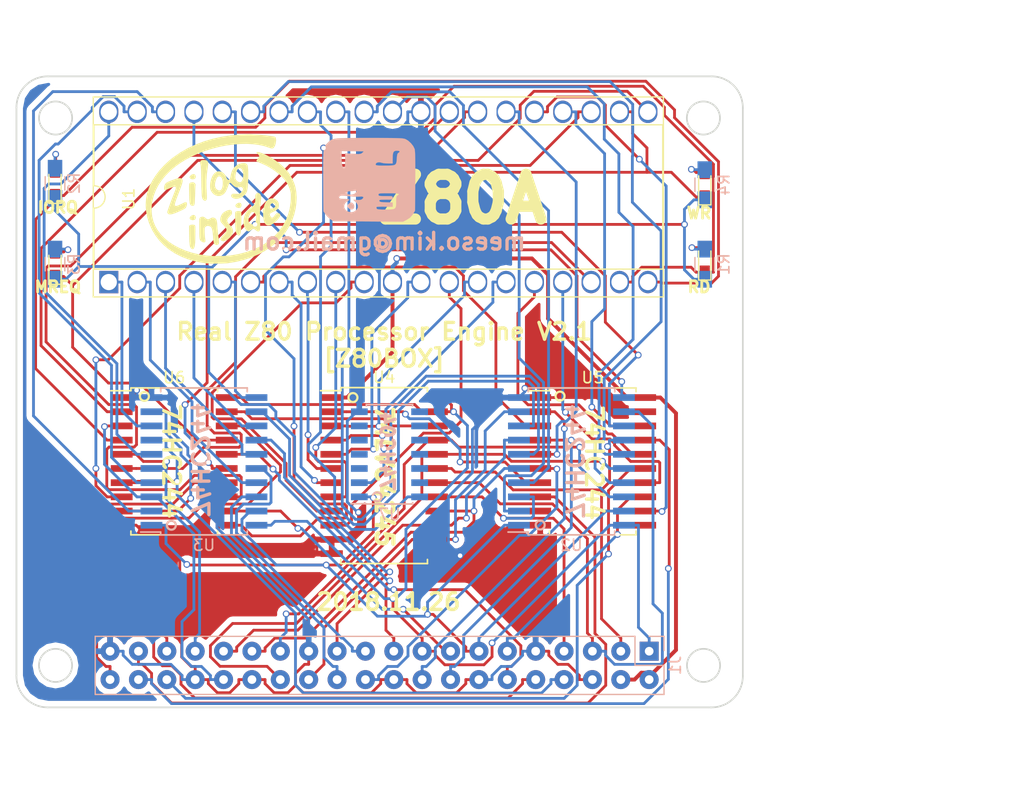
<source format=kicad_pcb>
(kicad_pcb (version 4) (host pcbnew 4.0.7)
  (layers (0 F.Cu signal) (31 B.Cu signal) (34 B.Paste user) (35 F.Paste user) (36 B.SilkS user) (37 F.SilkS user) (38 B.Mask user) (39 F.Mask user) (44 Edge.Cuts user))
  (net 0 "")
  (net 1 +5V)
  (net 2 GND)
  (net 3 /A11)
  (net 4 /A12)
  (net 5 /A13)
  (net 6 /BUSACK)
  (net 7 /A14)
  (net 8 /WAIT)
  (net 9 /A15)
  (net 10 /BUSRQ)
  (net 11 /CLK)
  (net 12 /RESET)
  (net 13 /D4)
  (net 14 /M1)
  (net 15 /D3)
  (net 16 /RFSH)
  (net 17 /D5)
  (net 18 /D6)
  (net 19 /A0)
  (net 20 /A1)
  (net 21 /D2)
  (net 22 /A2)
  (net 23 /D7)
  (net 24 /A3)
  (net 25 /D0)
  (net 26 /A4)
  (net 27 /D1)
  (net 28 /A5)
  (net 29 /INT)
  (net 30 /A6)
  (net 31 /NMI)
  (net 32 /A7)
  (net 33 /HALT)
  (net 34 /A8)
  (net 35 /A9)
  (net 36 /A10)
  (net 37 MERQ)
  (net 38 IORQ)
  (net 39 RD)
  (net 40 WR)
  (net 41 "Net-(D1-Pad2)")
  (net 42 "Net-(D2-Pad2)")
  (net 43 "Net-(D3-Pad2)")
  (net 44 "Net-(D4-Pad2)")
  (net 45 VCC)
  (net 46 /RD2)
  (net 47 /RD3)
  (net 48 /RD4)
  (net 49 /RA14)
  (net 50 /RA15)
  (net 51 /RC17)
  (net 52 /RC18)
  (net 53 /RATN)
  (net 54 /RC22)
  (net 55 /RC23)
  (net 56 /RC24)
  (net 57 /RA10)
  (net 58 /RA9)
  (net 59 /RC25)
  (net 60 /RA11)
  (net 61 /RA8)
  (net 62 /RD0)
  (net 63 /RD1)
  (net 64 /RD5)
  (net 65 /RD6)
  (net 66 /RA12)
  (net 67 /RA13)
  (net 68 /RC19)
  (net 69 /RC16)
  (net 70 /RC26)
  (net 71 /RC20)
  (net 72 /RC21)
  (net 73 /RD7)
  (net 74 /DAT_EN)
  (net 75 /DAT_DIR)
  (net 76 /3V3)
  (net 77 "Net-(U5-Pad9)")
  (net 78 "Net-(U5-Pad11)")
  (module Housings_DIP:DIP-40_W15.24mm_Socket (layer F.Cu) (at 101.079 79.8322 90)
    (fp_text reference U1 (at 7.4422 1.7907 90) (layer F.SilkS))
    (fp_text value Z80CPU)
    (pad 1 thru_hole rect (at 0 0 90) (size 2 1.7) (drill 1.45) (layers *.Cu *.Mask) (net 3 /A11))
    (pad 21 thru_hole oval (at 15.24 48.26 90) (size 2 1.7) (drill 1.45) (layers *.Cu *.Mask) (net 39 RD))
    (pad 2 thru_hole oval (at 0 2.54 90) (size 2 1.7) (drill 1.45) (layers *.Cu *.Mask) (net 4 /A12))
    (pad 22 thru_hole oval (at 15.24 45.72 90) (size 2 1.7) (drill 1.45) (layers *.Cu *.Mask) (net 40 WR))
    (pad 3 thru_hole oval (at 0 5.08 90) (size 2 1.7) (drill 1.45) (layers *.Cu *.Mask) (net 5 /A13))
    (pad 23 thru_hole oval (at 15.24 43.18 90) (size 2 1.7) (drill 1.45) (layers *.Cu *.Mask) (net 6 /BUSACK))
    (pad 4 thru_hole oval (at 0 7.62 90) (size 2 1.7) (drill 1.45) (layers *.Cu *.Mask) (net 7 /A14))
    (pad 24 thru_hole oval (at 15.24 40.64 90) (size 2 1.7) (drill 1.45) (layers *.Cu *.Mask) (net 8 /WAIT))
    (pad 5 thru_hole oval (at 0 10.16 90) (size 2 1.7) (drill 1.45) (layers *.Cu *.Mask) (net 9 /A15))
    (pad 25 thru_hole oval (at 15.24 38.1 90) (size 2 1.7) (drill 1.45) (layers *.Cu *.Mask) (net 10 /BUSRQ))
    (pad 6 thru_hole oval (at 0 12.7 90) (size 2 1.7) (drill 1.45) (layers *.Cu *.Mask) (net 11 /CLK))
    (pad 26 thru_hole oval (at 15.24 35.56 90) (size 2 1.7) (drill 1.45) (layers *.Cu *.Mask) (net 12 /RESET))
    (pad 7 thru_hole oval (at 0 15.24 90) (size 2 1.7) (drill 1.45) (layers *.Cu *.Mask) (net 13 /D4))
    (pad 27 thru_hole oval (at 15.24 33.02 90) (size 2 1.7) (drill 1.45) (layers *.Cu *.Mask) (net 14 /M1))
    (pad 8 thru_hole oval (at 0 17.78 90) (size 2 1.7) (drill 1.45) (layers *.Cu *.Mask) (net 15 /D3))
    (pad 28 thru_hole oval (at 15.24 30.48 90) (size 2 1.7) (drill 1.45) (layers *.Cu *.Mask) (net 16 /RFSH))
    (pad 9 thru_hole oval (at 0 20.32 90) (size 2 1.7) (drill 1.45) (layers *.Cu *.Mask) (net 17 /D5))
    (pad 29 thru_hole oval (at 15.24 27.94 90) (size 2 1.7) (drill 1.45) (layers *.Cu *.Mask) (net 2 GND))
    (pad 10 thru_hole oval (at 0 22.86 90) (size 2 1.7) (drill 1.45) (layers *.Cu *.Mask) (net 18 /D6))
    (pad 30 thru_hole oval (at 15.24 25.4 90) (size 2 1.7) (drill 1.45) (layers *.Cu *.Mask) (net 19 /A0))
    (pad 11 thru_hole oval (at 0 25.4 90) (size 2 1.7) (drill 1.45) (layers *.Cu *.Mask) (net 1 +5V))
    (pad 31 thru_hole oval (at 15.24 22.86 90) (size 2 1.7) (drill 1.45) (layers *.Cu *.Mask) (net 20 /A1))
    (pad 12 thru_hole oval (at 0 27.94 90) (size 2 1.7) (drill 1.45) (layers *.Cu *.Mask) (net 21 /D2))
    (pad 32 thru_hole oval (at 15.24 20.32 90) (size 2 1.7) (drill 1.45) (layers *.Cu *.Mask) (net 22 /A2))
    (pad 13 thru_hole oval (at 0 30.48 90) (size 2 1.7) (drill 1.45) (layers *.Cu *.Mask) (net 23 /D7))
    (pad 33 thru_hole oval (at 15.24 17.78 90) (size 2 1.7) (drill 1.45) (layers *.Cu *.Mask) (net 24 /A3))
    (pad 14 thru_hole oval (at 0 33.02 90) (size 2 1.7) (drill 1.45) (layers *.Cu *.Mask) (net 25 /D0))
    (pad 34 thru_hole oval (at 15.24 15.24 90) (size 2 1.7) (drill 1.45) (layers *.Cu *.Mask) (net 26 /A4))
    (pad 15 thru_hole oval (at 0 35.56 90) (size 2 1.7) (drill 1.45) (layers *.Cu *.Mask) (net 27 /D1))
    (pad 35 thru_hole oval (at 15.24 12.7 90) (size 2 1.7) (drill 1.45) (layers *.Cu *.Mask) (net 28 /A5))
    (pad 16 thru_hole oval (at 0 38.1 90) (size 2 1.7) (drill 1.45) (layers *.Cu *.Mask) (net 29 /INT))
    (pad 36 thru_hole oval (at 15.24 10.16 90) (size 2 1.7) (drill 1.45) (layers *.Cu *.Mask) (net 30 /A6))
    (pad 17 thru_hole oval (at 0 40.64 90) (size 2 1.7) (drill 1.45) (layers *.Cu *.Mask) (net 31 /NMI))
    (pad 37 thru_hole oval (at 15.24 7.62 90) (size 2 1.7) (drill 1.45) (layers *.Cu *.Mask) (net 32 /A7))
    (pad 18 thru_hole oval (at 0 43.18 90) (size 2 1.7) (drill 1.45) (layers *.Cu *.Mask) (net 33 /HALT))
    (pad 38 thru_hole oval (at 15.24 5.08 90) (size 2 1.7) (drill 1.45) (layers *.Cu *.Mask) (net 34 /A8))
    (pad 19 thru_hole oval (at 0 45.72 90) (size 2 1.7) (drill 1.45) (layers *.Cu *.Mask) (net 37 MERQ))
    (pad 39 thru_hole oval (at 15.24 2.54 90) (size 2 1.7) (drill 1.45) (layers *.Cu *.Mask) (net 35 /A9))
    (pad 20 thru_hole oval (at 0 48.26 90) (size 2 1.7) (drill 1.45) (layers *.Cu *.Mask) (net 38 IORQ))
    (pad 40 thru_hole oval (at 15.24 0 90) (size 2 1.7) (drill 1.45) (layers *.Cu *.Mask) (net 36 /A10))
  )
  (module Housings_SOIC:SOIC-20W_7.5x12.8mm_Pitch1.27mm (layer F.Cu) (at 144.4 95.885)
    (fp_text reference U5 (at 0 -7.5) (layer F.SilkS))
    (fp_text value 74HC244)
    (pad 1 smd rect (at -4.7 -5.715) (size 1.95 0.6) (layers F.Cu F.Paste F.Mask) (net 2 GND))
    (pad 2 smd rect (at -4.7 -4.445) (size 1.95 0.6) (layers F.Cu F.Paste F.Mask) (net 56 /RC24))
    (pad 3 smd rect (at -4.7 -3.175) (size 1.95 0.6) (layers F.Cu F.Paste F.Mask) (net 11 /CLK))
    (pad 4 smd rect (at -4.7 -1.905) (size 1.95 0.6) (layers F.Cu F.Paste F.Mask) (net 55 /RC23))
    (pad 5 smd rect (at -4.7 -0.635) (size 1.95 0.6) (layers F.Cu F.Paste F.Mask) (net 12 /RESET))
    (pad 6 smd rect (at -4.7 0.635) (size 1.95 0.6) (layers F.Cu F.Paste F.Mask) (net 59 /RC25))
    (pad 7 smd rect (at -4.7 1.905) (size 1.95 0.6) (layers F.Cu F.Paste F.Mask) (net 75 /DAT_DIR))
    (pad 8 smd rect (at -4.7 3.175) (size 1.95 0.6) (layers F.Cu F.Paste F.Mask) (net 70 /RC26))
    (pad 9 smd rect (at -4.7 4.445) (size 1.95 0.6) (layers F.Cu F.Paste F.Mask) (net 77 "Net-(U5-Pad9)"))
    (pad 10 smd rect (at -4.7 5.715) (size 1.95 0.6) (layers F.Cu F.Paste F.Mask) (net 2 GND))
    (pad 11 smd rect (at 4.7 5.715) (size 1.95 0.6) (layers F.Cu F.Paste F.Mask) (net 78 "Net-(U5-Pad11)"))
    (pad 12 smd rect (at 4.7 4.445) (size 1.95 0.6) (layers F.Cu F.Paste F.Mask) (net 10 /BUSRQ))
    (pad 13 smd rect (at 4.7 3.175) (size 1.95 0.6) (layers F.Cu F.Paste F.Mask) (net 51 /RC17))
    (pad 14 smd rect (at 4.7 1.905) (size 1.95 0.6) (layers F.Cu F.Paste F.Mask) (net 31 /NMI))
    (pad 15 smd rect (at 4.7 0.635) (size 1.95 0.6) (layers F.Cu F.Paste F.Mask) (net 69 /RC16))
    (pad 16 smd rect (at 4.7 -0.635) (size 1.95 0.6) (layers F.Cu F.Paste F.Mask) (net 29 /INT))
    (pad 17 smd rect (at 4.7 -1.905) (size 1.95 0.6) (layers F.Cu F.Paste F.Mask) (net 71 /RC20))
    (pad 18 smd rect (at 4.7 -3.175) (size 1.95 0.6) (layers F.Cu F.Paste F.Mask) (net 8 /WAIT))
    (pad 19 smd rect (at 4.7 -4.445) (size 1.95 0.6) (layers F.Cu F.Paste F.Mask) (net 2 GND))
    (pad 20 smd rect (at 4.7 -5.715) (size 1.95 0.6) (layers F.Cu F.Paste F.Mask) (net 1 +5V))
  )
  (module Socket_Strips:Socket_Strip_Straight_2x20_Pitch2.54mm (layer B.Cu) (at 149.454 112.878 90)
    (fp_text reference J1 (at -1.27 2.33 90) (layer B.SilkS) (effects (justify mirror)))
    (fp_text value Raspberry_Pi_2_3)
    (pad 1 thru_hole rect (at 0 0 90) (size 1.7 1.7) (drill 0.777) (layers *.Cu *.Mask) (net 76 /3V3))
    (pad 2 thru_hole oval (at -2.54 0 90) (size 1.7 1.7) (drill 0.777) (layers *.Cu *.Mask) (net 1 +5V))
    (pad 3 thru_hole oval (at 0 -2.54 90) (size 1.7 1.7) (drill 0.777) (layers *.Cu *.Mask) (net 46 /RD2))
    (pad 4 thru_hole oval (at -2.54 -2.54 90) (size 1.7 1.7) (drill 0.777) (layers *.Cu *.Mask) (net 1 +5V))
    (pad 5 thru_hole oval (at 0 -5.08 90) (size 1.7 1.7) (drill 0.777) (layers *.Cu *.Mask) (net 47 /RD3))
    (pad 6 thru_hole oval (at -2.54 -5.08 90) (size 1.7 1.7) (drill 0.777) (layers *.Cu *.Mask) (net 2 GND))
    (pad 7 thru_hole oval (at 0 -7.62 90) (size 1.7 1.7) (drill 0.777) (layers *.Cu *.Mask) (net 48 /RD4))
    (pad 8 thru_hole oval (at -2.54 -7.62 90) (size 1.7 1.7) (drill 0.777) (layers *.Cu *.Mask) (net 49 /RA14))
    (pad 9 thru_hole oval (at 0 -10.16 90) (size 1.7 1.7) (drill 0.777) (layers *.Cu *.Mask) (net 2 GND))
    (pad 10 thru_hole oval (at -2.54 -10.16 90) (size 1.7 1.7) (drill 0.777) (layers *.Cu *.Mask) (net 50 /RA15))
    (pad 11 thru_hole oval (at 0 -12.7 90) (size 1.7 1.7) (drill 0.777) (layers *.Cu *.Mask) (net 51 /RC17))
    (pad 12 thru_hole oval (at -2.54 -12.7 90) (size 1.7 1.7) (drill 0.777) (layers *.Cu *.Mask) (net 52 /RC18))
    (pad 13 thru_hole oval (at 0 -15.24 90) (size 1.7 1.7) (drill 0.777) (layers *.Cu *.Mask) (net 53 /RATN))
    (pad 14 thru_hole oval (at -2.54 -15.24 90) (size 1.7 1.7) (drill 0.777) (layers *.Cu *.Mask) (net 2 GND))
    (pad 15 thru_hole oval (at 0 -17.78 90) (size 1.7 1.7) (drill 0.777) (layers *.Cu *.Mask) (net 54 /RC22))
    (pad 16 thru_hole oval (at -2.54 -17.78 90) (size 1.7 1.7) (drill 0.777) (layers *.Cu *.Mask) (net 55 /RC23))
    (pad 17 thru_hole oval (at 0 -20.32 90) (size 1.7 1.7) (drill 0.777) (layers *.Cu *.Mask) (net 76 /3V3))
    (pad 18 thru_hole oval (at -2.54 -20.32 90) (size 1.7 1.7) (drill 0.777) (layers *.Cu *.Mask) (net 56 /RC24))
    (pad 19 thru_hole oval (at 0 -22.86 90) (size 1.7 1.7) (drill 0.777) (layers *.Cu *.Mask) (net 57 /RA10))
    (pad 20 thru_hole oval (at -2.54 -22.86 90) (size 1.7 1.7) (drill 0.777) (layers *.Cu *.Mask) (net 2 GND))
    (pad 21 thru_hole oval (at 0 -25.4 90) (size 1.7 1.7) (drill 0.777) (layers *.Cu *.Mask) (net 58 /RA9))
    (pad 22 thru_hole oval (at -2.54 -25.4 90) (size 1.7 1.7) (drill 0.777) (layers *.Cu *.Mask) (net 59 /RC25))
    (pad 23 thru_hole oval (at 0 -27.94 90) (size 1.7 1.7) (drill 0.777) (layers *.Cu *.Mask) (net 60 /RA11))
    (pad 24 thru_hole oval (at -2.54 -27.94 90) (size 1.7 1.7) (drill 0.777) (layers *.Cu *.Mask) (net 61 /RA8))
    (pad 25 thru_hole oval (at 0 -30.48 90) (size 1.7 1.7) (drill 0.777) (layers *.Cu *.Mask) (net 2 GND))
    (pad 26 thru_hole oval (at -2.54 -30.48 90) (size 1.7 1.7) (drill 0.777) (layers *.Cu *.Mask) (net 73 /RD7))
    (pad 27 thru_hole oval (at 0 -33.02 90) (size 1.7 1.7) (drill 0.777) (layers *.Cu *.Mask) (net 62 /RD0))
    (pad 28 thru_hole oval (at -2.54 -33.02 90) (size 1.7 1.7) (drill 0.777) (layers *.Cu *.Mask) (net 63 /RD1))
    (pad 29 thru_hole oval (at 0 -35.56 90) (size 1.7 1.7) (drill 0.777) (layers *.Cu *.Mask) (net 64 /RD5))
    (pad 30 thru_hole oval (at -2.54 -35.56 90) (size 1.7 1.7) (drill 0.777) (layers *.Cu *.Mask) (net 2 GND))
    (pad 31 thru_hole oval (at 0 -38.1 90) (size 1.7 1.7) (drill 0.777) (layers *.Cu *.Mask) (net 65 /RD6))
    (pad 32 thru_hole oval (at -2.54 -38.1 90) (size 1.7 1.7) (drill 0.777) (layers *.Cu *.Mask) (net 66 /RA12))
    (pad 33 thru_hole oval (at 0 -40.64 90) (size 1.7 1.7) (drill 0.777) (layers *.Cu *.Mask) (net 67 /RA13))
    (pad 34 thru_hole oval (at -2.54 -40.64 90) (size 1.7 1.7) (drill 0.777) (layers *.Cu *.Mask) (net 2 GND))
    (pad 35 thru_hole oval (at 0 -43.18 90) (size 1.7 1.7) (drill 0.777) (layers *.Cu *.Mask) (net 68 /RC19))
    (pad 36 thru_hole oval (at -2.54 -43.18 90) (size 1.7 1.7) (drill 0.777) (layers *.Cu *.Mask) (net 69 /RC16))
    (pad 37 thru_hole oval (at 0 -45.72 90) (size 1.7 1.7) (drill 0.777) (layers *.Cu *.Mask) (net 70 /RC26))
    (pad 38 thru_hole oval (at -2.54 -45.72 90) (size 1.7 1.7) (drill 0.777) (layers *.Cu *.Mask) (net 71 /RC20))
    (pad 39 thru_hole oval (at 0 -48.26 90) (size 1.7 1.7) (drill 0.777) (layers *.Cu *.Mask) (net 2 GND))
    (pad 40 thru_hole oval (at -2.54 -48.26 90) (size 1.7 1.7) (drill 0.777) (layers *.Cu *.Mask) (net 72 /RC21))
  )
  (module Housings_SOIC:SOIC-14_3.9x8.7mm_Pitch1.27mm (layer B.Cu) (at 126.205 95.25)
    (fp_text reference U7 (at 0 5.375) (layer B.SilkS) (effects (justify mirror)))
    (fp_text value 74LS05)
    (pad 1 smd rect (at -2.7 3.81) (size 1.5 0.6) (layers B.Cu B.Paste B.Mask) (net 53 /RATN))
    (pad 2 smd rect (at -2.7 2.54) (size 1.5 0.6) (layers B.Cu B.Paste B.Mask) (net 74 /DAT_EN))
    (pad 3 smd rect (at -2.7 1.27) (size 1.5 0.6) (layers B.Cu B.Paste B.Mask))
    (pad 4 smd rect (at -2.7 0) (size 1.5 0.6) (layers B.Cu B.Paste B.Mask))
    (pad 5 smd rect (at -2.7 -1.27) (size 1.5 0.6) (layers B.Cu B.Paste B.Mask))
    (pad 6 smd rect (at -2.7 -2.54) (size 1.5 0.6) (layers B.Cu B.Paste B.Mask))
    (pad 7 smd rect (at -2.7 -3.81) (size 1.5 0.6) (layers B.Cu B.Paste B.Mask) (net 2 GND))
    (pad 8 smd rect (at 2.7 -3.81) (size 1.5 0.6) (layers B.Cu B.Paste B.Mask))
    (pad 9 smd rect (at 2.7 -2.54) (size 1.5 0.6) (layers B.Cu B.Paste B.Mask))
    (pad 10 smd rect (at 2.7 -1.27) (size 1.5 0.6) (layers B.Cu B.Paste B.Mask))
    (pad 11 smd rect (at 2.7 0) (size 1.5 0.6) (layers B.Cu B.Paste B.Mask))
    (pad 12 smd rect (at 2.7 1.27) (size 1.5 0.6) (layers B.Cu B.Paste B.Mask))
    (pad 13 smd rect (at 2.7 2.54) (size 1.5 0.6) (layers B.Cu B.Paste B.Mask))
    (pad 14 smd rect (at 2.7 3.81) (size 1.5 0.6) (layers B.Cu B.Paste B.Mask) (net 45 VCC))
  )
  (module Resistors_SMD:R_0805_HandSoldering (layer B.Cu) (at 154.432 78.232 90)
    (fp_text reference R1 (at 0 1.7 90) (layer B.SilkS) (effects (justify mirror)))
    (fp_text value R)
    (pad 1 smd rect (at -1.35 0 90) (size 1.5 1.3) (layers B.Cu B.Paste B.Mask) (net 45 VCC))
    (pad 2 smd rect (at 1.35 0 90) (size 1.5 1.3) (layers B.Cu B.Paste B.Mask) (net 41 "Net-(D1-Pad2)"))
  )
  (module Resistors_SMD:R_0805_HandSoldering (layer B.Cu) (at 96.266 70.993 90)
    (fp_text reference R2 (at 0 1.7 90) (layer B.SilkS) (effects (justify mirror)))
    (fp_text value R)
    (pad 1 smd rect (at -1.35 0 90) (size 1.5 1.3) (layers B.Cu B.Paste B.Mask) (net 45 VCC))
    (pad 2 smd rect (at 1.35 0 90) (size 1.5 1.3) (layers B.Cu B.Paste B.Mask) (net 42 "Net-(D2-Pad2)"))
  )
  (module Resistors_SMD:R_0805_HandSoldering (layer B.Cu) (at 96.266 78.232 90)
    (fp_text reference R3 (at 0 1.7 90) (layer B.SilkS) (effects (justify mirror)))
    (fp_text value R)
    (pad 1 smd rect (at -1.35 0 90) (size 1.5 1.3) (layers B.Cu B.Paste B.Mask) (net 45 VCC))
    (pad 2 smd rect (at 1.35 0 90) (size 1.5 1.3) (layers B.Cu B.Paste B.Mask) (net 43 "Net-(D3-Pad2)"))
  )
  (module Resistors_SMD:R_0805_HandSoldering (layer B.Cu) (at 154.432 71.12 90)
    (fp_text reference R4 (at 0 1.7 90) (layer B.SilkS) (effects (justify mirror)))
    (fp_text value R)
    (pad 1 smd rect (at -1.35 0 90) (size 1.5 1.3) (layers B.Cu B.Paste B.Mask) (net 45 VCC))
    (pad 2 smd rect (at 1.35 0 90) (size 1.5 1.3) (layers B.Cu B.Paste B.Mask) (net 44 "Net-(D4-Pad2)"))
  )
  (module Housings_SOIC:SOIC-20W_7.5x12.8mm_Pitch1.27mm (layer B.Cu) (at 142.495 95.885)
    (fp_text reference U2 (at 0 7.5) (layer B.SilkS) (effects (justify mirror)))
    (fp_text value 74HC244)
    (pad 1 smd rect (at -4.7 5.715) (size 1.95 0.6) (layers B.Cu B.Paste B.Mask) (net 53 /RATN))
    (pad 2 smd rect (at -4.7 4.445) (size 1.95 0.6) (layers B.Cu B.Paste B.Mask) (net 19 /A0))
    (pad 3 smd rect (at -4.7 3.175) (size 1.95 0.6) (layers B.Cu B.Paste B.Mask) (net 48 /RD4))
    (pad 4 smd rect (at -4.7 1.905) (size 1.95 0.6) (layers B.Cu B.Paste B.Mask) (net 20 /A1))
    (pad 5 smd rect (at -4.7 0.635) (size 1.95 0.6) (layers B.Cu B.Paste B.Mask) (net 64 /RD5))
    (pad 6 smd rect (at -4.7 -0.635) (size 1.95 0.6) (layers B.Cu B.Paste B.Mask) (net 22 /A2))
    (pad 7 smd rect (at -4.7 -1.905) (size 1.95 0.6) (layers B.Cu B.Paste B.Mask) (net 65 /RD6))
    (pad 8 smd rect (at -4.7 -3.175) (size 1.95 0.6) (layers B.Cu B.Paste B.Mask) (net 24 /A3))
    (pad 9 smd rect (at -4.7 -4.445) (size 1.95 0.6) (layers B.Cu B.Paste B.Mask) (net 73 /RD7))
    (pad 10 smd rect (at -4.7 -5.715) (size 1.95 0.6) (layers B.Cu B.Paste B.Mask) (net 2 GND))
    (pad 11 smd rect (at 4.7 -5.715) (size 1.95 0.6) (layers B.Cu B.Paste B.Mask) (net 32 /A7))
    (pad 12 smd rect (at 4.7 -4.445) (size 1.95 0.6) (layers B.Cu B.Paste B.Mask) (net 47 /RD3))
    (pad 13 smd rect (at 4.7 -3.175) (size 1.95 0.6) (layers B.Cu B.Paste B.Mask) (net 30 /A6))
    (pad 14 smd rect (at 4.7 -1.905) (size 1.95 0.6) (layers B.Cu B.Paste B.Mask) (net 46 /RD2))
    (pad 15 smd rect (at 4.7 -0.635) (size 1.95 0.6) (layers B.Cu B.Paste B.Mask) (net 28 /A5))
    (pad 16 smd rect (at 4.7 0.635) (size 1.95 0.6) (layers B.Cu B.Paste B.Mask) (net 63 /RD1))
    (pad 17 smd rect (at 4.7 1.905) (size 1.95 0.6) (layers B.Cu B.Paste B.Mask) (net 26 /A4))
    (pad 18 smd rect (at 4.7 3.175) (size 1.95 0.6) (layers B.Cu B.Paste B.Mask) (net 62 /RD0))
    (pad 19 smd rect (at 4.7 4.445) (size 1.95 0.6) (layers B.Cu B.Paste B.Mask) (net 53 /RATN))
    (pad 20 smd rect (at 4.7 5.715) (size 1.95 0.6) (layers B.Cu B.Paste B.Mask) (net 76 /3V3))
  )
  (module Housings_SOIC:SOIC-20W_7.5x12.8mm_Pitch1.27mm (layer B.Cu) (at 109.6 95.885)
    (fp_text reference U3 (at 0 7.5) (layer B.SilkS) (effects (justify mirror)))
    (fp_text value 74HC244)
    (pad 1 smd rect (at -4.7 5.715) (size 1.95 0.6) (layers B.Cu B.Paste B.Mask) (net 53 /RATN))
    (pad 2 smd rect (at -4.7 4.445) (size 1.95 0.6) (layers B.Cu B.Paste B.Mask) (net 34 /A8))
    (pad 3 smd rect (at -4.7 3.175) (size 1.95 0.6) (layers B.Cu B.Paste B.Mask) (net 66 /RA12))
    (pad 4 smd rect (at -4.7 1.905) (size 1.95 0.6) (layers B.Cu B.Paste B.Mask) (net 35 /A9))
    (pad 5 smd rect (at -4.7 0.635) (size 1.95 0.6) (layers B.Cu B.Paste B.Mask) (net 67 /RA13))
    (pad 6 smd rect (at -4.7 -0.635) (size 1.95 0.6) (layers B.Cu B.Paste B.Mask) (net 36 /A10))
    (pad 7 smd rect (at -4.7 -1.905) (size 1.95 0.6) (layers B.Cu B.Paste B.Mask) (net 49 /RA14))
    (pad 8 smd rect (at -4.7 -3.175) (size 1.95 0.6) (layers B.Cu B.Paste B.Mask) (net 3 /A11))
    (pad 9 smd rect (at -4.7 -4.445) (size 1.95 0.6) (layers B.Cu B.Paste B.Mask) (net 50 /RA15))
    (pad 10 smd rect (at -4.7 -5.715) (size 1.95 0.6) (layers B.Cu B.Paste B.Mask) (net 2 GND))
    (pad 11 smd rect (at 4.7 -5.715) (size 1.95 0.6) (layers B.Cu B.Paste B.Mask) (net 9 /A15))
    (pad 12 smd rect (at 4.7 -4.445) (size 1.95 0.6) (layers B.Cu B.Paste B.Mask) (net 60 /RA11))
    (pad 13 smd rect (at 4.7 -3.175) (size 1.95 0.6) (layers B.Cu B.Paste B.Mask) (net 7 /A14))
    (pad 14 smd rect (at 4.7 -1.905) (size 1.95 0.6) (layers B.Cu B.Paste B.Mask) (net 57 /RA10))
    (pad 15 smd rect (at 4.7 -0.635) (size 1.95 0.6) (layers B.Cu B.Paste B.Mask) (net 5 /A13))
    (pad 16 smd rect (at 4.7 0.635) (size 1.95 0.6) (layers B.Cu B.Paste B.Mask) (net 58 /RA9))
    (pad 17 smd rect (at 4.7 1.905) (size 1.95 0.6) (layers B.Cu B.Paste B.Mask) (net 4 /A12))
    (pad 18 smd rect (at 4.7 3.175) (size 1.95 0.6) (layers B.Cu B.Paste B.Mask) (net 61 /RA8))
    (pad 19 smd rect (at 4.7 4.445) (size 1.95 0.6) (layers B.Cu B.Paste B.Mask) (net 53 /RATN))
    (pad 20 smd rect (at 4.7 5.715) (size 1.95 0.6) (layers B.Cu B.Paste B.Mask) (net 76 /3V3))
  )
  (module Housings_SOIC:SOIC-24W_7.5x15.4mm_Pitch1.27mm (layer F.Cu) (at 125.73 97.155)
    (fp_text reference U4 (at 0 -8.8) (layer F.SilkS))
    (fp_text value LVC4245)
    (pad 1 smd rect (at -4.7 -6.985) (size 2 0.6) (layers F.Cu F.Paste F.Mask) (net 1 +5V))
    (pad 2 smd rect (at -4.7 -5.715) (size 2 0.6) (layers F.Cu F.Paste F.Mask) (net 75 /DAT_DIR))
    (pad 3 smd rect (at -4.7 -4.445) (size 2 0.6) (layers F.Cu F.Paste F.Mask) (net 25 /D0))
    (pad 4 smd rect (at -4.7 -3.175) (size 2 0.6) (layers F.Cu F.Paste F.Mask) (net 27 /D1))
    (pad 5 smd rect (at -4.7 -1.905) (size 2 0.6) (layers F.Cu F.Paste F.Mask) (net 21 /D2))
    (pad 6 smd rect (at -4.7 -0.635) (size 2 0.6) (layers F.Cu F.Paste F.Mask) (net 15 /D3))
    (pad 7 smd rect (at -4.7 0.635) (size 2 0.6) (layers F.Cu F.Paste F.Mask) (net 13 /D4))
    (pad 8 smd rect (at -4.7 1.905) (size 2 0.6) (layers F.Cu F.Paste F.Mask) (net 17 /D5))
    (pad 9 smd rect (at -4.7 3.175) (size 2 0.6) (layers F.Cu F.Paste F.Mask) (net 18 /D6))
    (pad 10 smd rect (at -4.7 4.445) (size 2 0.6) (layers F.Cu F.Paste F.Mask) (net 23 /D7))
    (pad 11 smd rect (at -4.7 5.715) (size 2 0.6) (layers F.Cu F.Paste F.Mask) (net 2 GND))
    (pad 12 smd rect (at -4.7 6.985) (size 2 0.6) (layers F.Cu F.Paste F.Mask) (net 2 GND))
    (pad 13 smd rect (at 4.7 6.985) (size 2 0.6) (layers F.Cu F.Paste F.Mask) (net 2 GND))
    (pad 14 smd rect (at 4.7 5.715) (size 2 0.6) (layers F.Cu F.Paste F.Mask) (net 73 /RD7))
    (pad 15 smd rect (at 4.7 4.445) (size 2 0.6) (layers F.Cu F.Paste F.Mask) (net 65 /RD6))
    (pad 16 smd rect (at 4.7 3.175) (size 2 0.6) (layers F.Cu F.Paste F.Mask) (net 64 /RD5))
    (pad 17 smd rect (at 4.7 1.905) (size 2 0.6) (layers F.Cu F.Paste F.Mask) (net 48 /RD4))
    (pad 18 smd rect (at 4.7 0.635) (size 2 0.6) (layers F.Cu F.Paste F.Mask) (net 47 /RD3))
    (pad 19 smd rect (at 4.7 -0.635) (size 2 0.6) (layers F.Cu F.Paste F.Mask) (net 46 /RD2))
    (pad 20 smd rect (at 4.7 -1.905) (size 2 0.6) (layers F.Cu F.Paste F.Mask) (net 63 /RD1))
    (pad 21 smd rect (at 4.7 -3.175) (size 2 0.6) (layers F.Cu F.Paste F.Mask) (net 62 /RD0))
    (pad 22 smd rect (at 4.7 -4.445) (size 2 0.6) (layers F.Cu F.Paste F.Mask) (net 74 /DAT_EN))
    (pad 23 smd rect (at 4.7 -5.715) (size 2 0.6) (layers F.Cu F.Paste F.Mask) (net 76 /3V3))
    (pad 24 smd rect (at 4.7 -6.985) (size 2 0.6) (layers F.Cu F.Paste F.Mask) (net 76 /3V3))
  )
  (module Housings_SOIC:SOIC-20W_7.5x12.8mm_Pitch1.27mm (layer F.Cu) (at 106.934 95.885)
    (fp_text reference U6 (at 0 -7.5) (layer F.SilkS))
    (fp_text value 74HC244)
    (pad 1 smd rect (at -4.7 -5.715) (size 1.95 0.6) (layers F.Cu F.Paste F.Mask) (net 2 GND))
    (pad 2 smd rect (at -4.7 -4.445) (size 1.95 0.6) (layers F.Cu F.Paste F.Mask) (net 37 MERQ))
    (pad 3 smd rect (at -4.7 -3.175) (size 1.95 0.6) (layers F.Cu F.Paste F.Mask) (net 66 /RA12))
    (pad 4 smd rect (at -4.7 -1.905) (size 1.95 0.6) (layers F.Cu F.Paste F.Mask) (net 38 IORQ))
    (pad 5 smd rect (at -4.7 -0.635) (size 1.95 0.6) (layers F.Cu F.Paste F.Mask) (net 67 /RA13))
    (pad 6 smd rect (at -4.7 0.635) (size 1.95 0.6) (layers F.Cu F.Paste F.Mask) (net 33 /HALT))
    (pad 7 smd rect (at -4.7 1.905) (size 1.95 0.6) (layers F.Cu F.Paste F.Mask) (net 49 /RA14))
    (pad 8 smd rect (at -4.7 3.175) (size 1.95 0.6) (layers F.Cu F.Paste F.Mask) (net 6 /BUSACK))
    (pad 9 smd rect (at -4.7 4.445) (size 1.95 0.6) (layers F.Cu F.Paste F.Mask) (net 50 /RA15))
    (pad 10 smd rect (at -4.7 5.715) (size 1.95 0.6) (layers F.Cu F.Paste F.Mask) (net 2 GND))
    (pad 11 smd rect (at 4.7 5.715) (size 1.95 0.6) (layers F.Cu F.Paste F.Mask) (net 16 /RFSH))
    (pad 12 smd rect (at 4.7 4.445) (size 1.95 0.6) (layers F.Cu F.Paste F.Mask) (net 54 /RC22))
    (pad 13 smd rect (at 4.7 3.175) (size 1.95 0.6) (layers F.Cu F.Paste F.Mask) (net 14 /M1))
    (pad 14 smd rect (at 4.7 1.905) (size 1.95 0.6) (layers F.Cu F.Paste F.Mask) (net 72 /RC21))
    (pad 15 smd rect (at 4.7 0.635) (size 1.95 0.6) (layers F.Cu F.Paste F.Mask) (net 40 WR))
    (pad 16 smd rect (at 4.7 -0.635) (size 1.95 0.6) (layers F.Cu F.Paste F.Mask) (net 52 /RC18))
    (pad 17 smd rect (at 4.7 -1.905) (size 1.95 0.6) (layers F.Cu F.Paste F.Mask) (net 39 RD))
    (pad 18 smd rect (at 4.7 -3.175) (size 1.95 0.6) (layers F.Cu F.Paste F.Mask) (net 68 /RC19))
    (pad 19 smd rect (at 4.7 -4.445) (size 1.95 0.6) (layers F.Cu F.Paste F.Mask) (net 74 /DAT_EN))
    (pad 20 smd rect (at 4.7 -5.715) (size 1.95 0.6) (layers F.Cu F.Paste F.Mask) (net 76 /3V3))
  )
  (module MSX:zilog_inside_logo (layer F.Cu) (at 111.125 72.39)
    (fp_text reference G4 hide)
    (fp_text value LOGO hide)
  )
  (module MSX:srxg (layer B.Cu) (at 124.46 71.12 180)
    (fp_text reference G*** hide)
    (fp_text value LOGO hide)
  )
  (module LEDs:LED_0603_HandSoldering (layer F.Cu) (at 154.432 77.851 90)
    (fp_text reference D1 hide)
    (fp_text value LED_Small)
    (pad 1 smd rect (at -1.1 0 90) (size 1.2 0.9) (layers F.Cu F.Paste F.Mask) (net 37 MERQ))
    (pad 2 smd rect (at 1.1 0 90) (size 1.2 0.9) (layers F.Cu F.Paste F.Mask) (net 41 "Net-(D1-Pad2)"))
  )
  (module LEDs:LED_0603_HandSoldering (layer F.Cu) (at 96.266 70.993 90)
    (fp_text reference D2 hide)
    (fp_text value LED_Small)
    (pad 1 smd rect (at -1.1 0 90) (size 1.2 0.9) (layers F.Cu F.Paste F.Mask) (net 38 IORQ))
    (pad 2 smd rect (at 1.1 0 90) (size 1.2 0.9) (layers F.Cu F.Paste F.Mask) (net 42 "Net-(D2-Pad2)"))
  )
  (module LEDs:LED_0603_HandSoldering (layer F.Cu) (at 96.266 78.232 90)
    (fp_text reference D3 hide)
    (fp_text value LED_Small)
    (pad 1 smd rect (at -1.1 0 90) (size 1.2 0.9) (layers F.Cu F.Paste F.Mask) (net 39 RD))
    (pad 2 smd rect (at 1.1 0 90) (size 1.2 0.9) (layers F.Cu F.Paste F.Mask) (net 43 "Net-(D3-Pad2)"))
  )
  (module LEDs:LED_0603_HandSoldering (layer F.Cu) (at 154.432 71.12 90)
    (fp_text reference D4 hide)
    (fp_text value LED_Small)
    (pad 1 smd rect (at -1.1 0 90) (size 1.2 0.9) (layers F.Cu F.Paste F.Mask) (net 40 WR))
    (pad 2 smd rect (at 1.1 0 90) (size 1.2 0.9) (layers F.Cu F.Paste F.Mask) (net 44 "Net-(D4-Pad2)"))
  )
  (gr_circle (center 122.936 90.17) (end 123.317 90.297) (layer F.SilkS) (width 0.2))
  (gr_circle (center 106.68 101.6) (end 107.061 101.473) (layer B.SilkS) (width 0.2))
  (gr_circle (center 125.095 99.06) (end 125.476 98.933) (layer B.SilkS) (width 0.2))
  (gr_circle (center 139.7 101.579391) (end 140.081 101.452391) (layer B.SilkS) (width 0.2))
  (gr_circle (center 104.267 90.063609) (end 104.648 90.190609) (layer F.SilkS) (width 0.2))
  (gr_circle (center 141.478 90.043) (end 141.859 90.17) (layer F.SilkS) (width 0.2))
  (gr_text 74HC04 (at 125.984 94.996 270) (layer B.SilkS) (effects (font (size 1.2 1.2) (thickness 0.3)) (justify mirror)))
  (gr_text Z80A (at 132.715 72.39) (layer F.SilkS) (effects (font (size 4 4) (thickness 1))))
  (gr_text meeso.kim@gmail.com (at 125.73 76.2) (layer B.SilkS) (effects (font (size 1.5 1.5) (thickness 0.3)) (justify mirror)))
  (gr_text 2018.11.26 (at 126.111 108.458) (layer F.SilkS) (effects (font (size 1.5 1.5) (thickness 0.3))))
  (gr_text 74HC244 (at 109.22 95.758 270) (layer B.SilkS) (effects (font (size 1.5 1.5) (thickness 0.3)) (justify mirror)))
  (gr_text 74LVC4245 (at 125.73 97.155 270) (layer F.SilkS) (effects (font (size 1.5 1.5) (thickness 0.375) italic)))
  (gr_text 74HC244 (at 144.526 96.012 270) (layer F.SilkS) (effects (font (size 1.5 1.5) (thickness 0.3))))
  (gr_text 74HC244 (at 106.68 95.885 270) (layer F.SilkS) (effects (font (size 1.5 1.5) (thickness 0.3))))
  (gr_text 74HC244 (at 142.748 95.885 270) (layer B.SilkS) (effects (font (size 1.5 1.5) (thickness 0.3)) (justify mirror)))
  (gr_text "Real Z80 Processor Engine V2.1\n[Z80BOX]" (at 125.73 85.471) (layer F.SilkS) (effects (font (size 1.5 1.5) (thickness 0.3))))
  (gr_text IORQ (at 96.52 73.152) (layer F.SilkS) (effects (font (size 1 1) (thickness 0.25))))
  (gr_text MREQ (at 96.52 80.264) (layer F.SilkS) (effects (font (size 1 1) (thickness 0.25))))
  (gr_text WR (at 153.924 73.66) (layer F.SilkS) (effects (font (size 1 1) (thickness 0.25))))
  (gr_text RD (at 153.924 80.264) (layer F.SilkS) (effects (font (size 1 1) (thickness 0.25))))
  (gr_arc (start 95.6056 64.2112) (end 92.8116 64.2112) (angle 91.02303019) (layer Edge.Cuts) (width 0.15))
  (gr_arc (start 155.0416 64.2112) (end 155.0416 61.4172) (angle 91.02303019) (layer Edge.Cuts) (width 0.15))
  (gr_circle (center 96.316487 65.14592) (end 95.148087 64.23152) (layer Edge.Cuts) (width 0.15))
  (gr_circle (center 154.309767 65.14592) (end 153.141367 64.23152) (layer Edge.Cuts) (width 0.15))
  (gr_circle (center 96.31172 114.147913) (end 95.14332 113.233513) (layer Edge.Cuts) (width 0.15))
  (gr_circle (center 154.32024 114.1476) (end 153.15184 113.2332) (layer Edge.Cuts) (width 0.15))
  (gr_arc (start 95.605155 115.111885) (end 95.605155 117.905885) (angle 91.02303019) (layer Edge.Cuts) (width 0.15))
  (gr_arc (start 155.0416 115.113245) (end 157.8356 115.113245) (angle 91.02303019) (layer Edge.Cuts) (width 0.15))
  (gr_line (start 155.0416 61.4172) (end 95.655485 61.4172) (layer Edge.Cuts) (width 0.15))
  (gr_line (start 92.8116 64.212) (end 92.8116 115.062) (layer Edge.Cuts) (width 0.15))
  (gr_line (start 154.991715 117.9068) (end 95.605155 117.9068) (layer Edge.Cuts) (width 0.15))
  (gr_line (start 157.8356 64.261085) (end 157.8356 115.113245) (layer Edge.Cuts) (width 0.15))
  (via (at 126.859 77.7208) (size 0.6) (layers F.Cu B.Cu) (net 1))
  (segment (start 149.454 115.418) (end 149.454 114.8053) (width 0.35) (layer F.Cu) (net 1))
  (segment (start 148.752 114.8053) (end 148.1393 115.418) (width 0.35) (layer F.Cu) (net 1))
  (segment (start 149.454 114.8053) (end 148.752 114.8053) (width 0.35) (layer F.Cu) (net 1))
  (segment (start 146.914 115.418) (end 148.1393 115.418) (width 0.35) (layer F.Cu) (net 1))
  (segment (start 121.03 90.17) (end 122.4053 90.17) (width 0.35) (layer F.Cu) (net 1))
  (segment (start 149.8144 114.8053) (end 149.454 114.8053) (width 0.35) (layer F.Cu) (net 1))
  (segment (start 151.8537 112.766) (end 149.8144 114.8053) (width 0.35) (layer F.Cu) (net 1))
  (segment (start 151.8537 91.5734) (end 151.8537 112.766) (width 0.35) (layer F.Cu) (net 1))
  (segment (start 150.4503 90.17) (end 151.8537 91.5734) (width 0.35) (layer F.Cu) (net 1))
  (segment (start 149.1 90.17) (end 150.4503 90.17) (width 0.35) (layer F.Cu) (net 1))
  (segment (start 126.479 86.0963) (end 126.479 79.8322) (width 0.35) (layer F.Cu) (net 1))
  (segment (start 122.4053 90.17) (end 126.479 86.0963) (width 0.35) (layer F.Cu) (net 1))
  (segment (start 126.859 78.0769) (end 126.859 77.7208) (width 0.35) (layer B.Cu) (net 1))
  (segment (start 126.479 78.4569) (end 126.859 78.0769) (width 0.35) (layer B.Cu) (net 1))
  (segment (start 149.1 90.17) (end 147.7497 90.17) (width 0.35) (layer F.Cu) (net 1))
  (segment (start 126.479 79.8322) (end 126.479 78.4569) (width 0.35) (layer B.Cu) (net 1))
  (segment (start 147.4711 90.17) (end 147.7497 90.17) (width 0.35) (layer F.Cu) (net 1))
  (segment (start 140.4044 83.1033) (end 147.4711 90.17) (width 0.35) (layer F.Cu) (net 1))
  (segment (start 140.4044 79.1683) (end 140.4044 83.1033) (width 0.35) (layer F.Cu) (net 1))
  (segment (start 138.9569 77.7208) (end 140.4044 79.1683) (width 0.35) (layer F.Cu) (net 1))
  (segment (start 126.859 77.7208) (end 138.9569 77.7208) (width 0.35) (layer F.Cu) (net 1))
  (via (at 138.3273 89.3386) (size 0.6) (layers F.Cu B.Cu) (net 2))
  (via (at 123.4326 100.4509) (size 0.6) (layers F.Cu B.Cu) (net 2))
  (via (at 132.5278 104.3245) (size 0.6) (layers F.Cu B.Cu) (net 2))
  (via (at 103.567 89.5102) (size 0.6) (layers F.Cu B.Cu) (net 2))
  (segment (start 118.974 112.878) (end 118.974 114.0533) (width 0.25) (layer F.Cu) (net 2))
  (segment (start 126.594 115.418) (end 125.4187 115.418) (width 0.25) (layer F.Cu) (net 2))
  (segment (start 113.894 115.418) (end 115.0693 115.418) (width 0.25) (layer F.Cu) (net 2))
  (segment (start 115.0693 115.7854) (end 115.0693 115.418) (width 0.25) (layer F.Cu) (net 2))
  (segment (start 115.8772 116.5933) (end 115.0693 115.7854) (width 0.25) (layer F.Cu) (net 2))
  (segment (start 117.1192 116.5933) (end 115.8772 116.5933) (width 0.25) (layer F.Cu) (net 2))
  (segment (start 117.7987 115.9138) (end 117.1192 116.5933) (width 0.25) (layer F.Cu) (net 2))
  (segment (start 118.4782 116.5933) (end 117.7987 115.9138) (width 0.25) (layer F.Cu) (net 2))
  (segment (start 124.6108 116.5933) (end 118.4782 116.5933) (width 0.25) (layer F.Cu) (net 2))
  (segment (start 125.4187 115.7854) (end 124.6108 116.5933) (width 0.25) (layer F.Cu) (net 2))
  (segment (start 125.4187 115.418) (end 125.4187 115.7854) (width 0.25) (layer F.Cu) (net 2))
  (segment (start 118.6066 114.0533) (end 118.974 114.0533) (width 0.25) (layer F.Cu) (net 2))
  (segment (start 117.7987 114.8612) (end 118.6066 114.0533) (width 0.25) (layer F.Cu) (net 2))
  (segment (start 117.7987 115.9138) (end 117.7987 114.8612) (width 0.25) (layer F.Cu) (net 2))
  (segment (start 113.894 115.418) (end 112.7187 115.418) (width 0.25) (layer F.Cu) (net 2))
  (segment (start 112.7187 115.7854) (end 112.7187 115.418) (width 0.25) (layer F.Cu) (net 2))
  (segment (start 111.9108 116.5933) (end 112.7187 115.7854) (width 0.25) (layer F.Cu) (net 2))
  (segment (start 110.7972 116.5933) (end 111.9108 116.5933) (width 0.25) (layer F.Cu) (net 2))
  (segment (start 109.9893 115.7854) (end 110.7972 116.5933) (width 0.25) (layer F.Cu) (net 2))
  (segment (start 109.9893 115.418) (end 109.9893 115.7854) (width 0.25) (layer F.Cu) (net 2))
  (segment (start 108.814 115.418) (end 109.9893 115.418) (width 0.25) (layer F.Cu) (net 2))
  (segment (start 102.234 101.6) (end 103.5343 101.6) (width 0.25) (layer F.Cu) (net 2))
  (segment (start 108.814 115.418) (end 108.814 114.2427) (width 0.25) (layer F.Cu) (net 2))
  (segment (start 149.1 91.44) (end 147.7997 91.44) (width 0.25) (layer F.Cu) (net 2))
  (segment (start 139.7 90.17) (end 141.0003 90.17) (width 0.25) (layer F.Cu) (net 2))
  (segment (start 139.7 101.6) (end 138.3997 101.6) (width 0.25) (layer F.Cu) (net 2))
  (segment (start 135.3893 115.0506) (end 135.3893 115.418) (width 0.25) (layer B.Cu) (net 2))
  (segment (start 136.1972 114.2427) (end 135.3893 115.0506) (width 0.25) (layer B.Cu) (net 2))
  (segment (start 137.1214 114.2427) (end 136.1972 114.2427) (width 0.25) (layer B.Cu) (net 2))
  (segment (start 138.1187 113.2454) (end 137.1214 114.2427) (width 0.25) (layer B.Cu) (net 2))
  (segment (start 138.1187 112.878) (end 138.1187 113.2454) (width 0.25) (layer B.Cu) (net 2))
  (segment (start 139.294 112.878) (end 138.1187 112.878) (width 0.25) (layer B.Cu) (net 2))
  (segment (start 134.214 115.418) (end 135.3893 115.418) (width 0.25) (layer B.Cu) (net 2))
  (segment (start 144.374 115.418) (end 143.1987 115.418) (width 0.25) (layer F.Cu) (net 2))
  (segment (start 143.1987 115.0506) (end 143.1987 115.418) (width 0.25) (layer F.Cu) (net 2))
  (segment (start 142.2014 114.0533) (end 143.1987 115.0506) (width 0.25) (layer F.Cu) (net 2))
  (segment (start 141.2772 114.0533) (end 142.2014 114.0533) (width 0.25) (layer F.Cu) (net 2))
  (segment (start 140.4693 113.2454) (end 141.2772 114.0533) (width 0.25) (layer F.Cu) (net 2))
  (segment (start 140.4693 112.878) (end 140.4693 113.2454) (width 0.25) (layer F.Cu) (net 2))
  (segment (start 139.294 112.878) (end 140.4693 112.878) (width 0.25) (layer F.Cu) (net 2))
  (segment (start 139.294 112.878) (end 139.294 111.7027) (width 0.25) (layer F.Cu) (net 2))
  (segment (start 138.8686 89.3386) (end 138.3273 89.3386) (width 0.25) (layer F.Cu) (net 2))
  (segment (start 139.7 90.17) (end 138.8686 89.3386) (width 0.25) (layer F.Cu) (net 2))
  (segment (start 121.03 104.14) (end 119.7047 104.14) (width 0.25) (layer F.Cu) (net 2))
  (segment (start 102.3693 113.2454) (end 102.3693 112.878) (width 0.25) (layer B.Cu) (net 2))
  (segment (start 103.1772 114.0533) (end 102.3693 113.2454) (width 0.25) (layer B.Cu) (net 2))
  (segment (start 106.6414 114.0533) (end 103.1772 114.0533) (width 0.25) (layer B.Cu) (net 2))
  (segment (start 107.6387 115.0506) (end 106.6414 114.0533) (width 0.25) (layer B.Cu) (net 2))
  (segment (start 107.6387 115.418) (end 107.6387 115.0506) (width 0.25) (layer B.Cu) (net 2))
  (segment (start 108.814 115.418) (end 107.6387 115.418) (width 0.25) (layer B.Cu) (net 2))
  (segment (start 101.194 112.878) (end 102.3693 112.878) (width 0.25) (layer B.Cu) (net 2))
  (segment (start 123.505 91.44) (end 123.4378 91.44) (width 0.25) (layer B.Cu) (net 2))
  (segment (start 127.8437 65.7675) (end 127.8437 64.5922) (width 0.25) (layer B.Cu) (net 2))
  (segment (start 125.3037 68.3075) (end 127.8437 65.7675) (width 0.25) (layer B.Cu) (net 2))
  (segment (start 125.3037 82.64) (end 125.3037 68.3075) (width 0.25) (layer B.Cu) (net 2))
  (segment (start 123.4378 84.5059) (end 125.3037 82.64) (width 0.25) (layer B.Cu) (net 2))
  (segment (start 123.4378 91.44) (end 123.4378 84.5059) (width 0.25) (layer B.Cu) (net 2))
  (segment (start 129.019 64.5922) (end 127.8437 64.5922) (width 0.25) (layer B.Cu) (net 2))
  (segment (start 120.7042 102.87) (end 119.7047 102.87) (width 0.25) (layer F.Cu) (net 2))
  (segment (start 120.7042 102.87) (end 121.03 102.87) (width 0.25) (layer F.Cu) (net 2))
  (segment (start 123.4326 101.7927) (end 123.4326 100.4509) (width 0.25) (layer F.Cu) (net 2))
  (segment (start 122.3553 102.87) (end 123.4326 101.7927) (width 0.25) (layer F.Cu) (net 2))
  (segment (start 123.2583 91.44) (end 123.4378 91.44) (width 0.25) (layer B.Cu) (net 2))
  (segment (start 122.4296 92.2687) (end 123.2583 91.44) (width 0.25) (layer B.Cu) (net 2))
  (segment (start 122.4296 99.5229) (end 122.4296 92.2687) (width 0.25) (layer B.Cu) (net 2))
  (segment (start 123.3576 100.4509) (end 122.4296 99.5229) (width 0.25) (layer B.Cu) (net 2))
  (segment (start 123.4326 100.4509) (end 123.3576 100.4509) (width 0.25) (layer B.Cu) (net 2))
  (segment (start 121.03 102.87) (end 122.3553 102.87) (width 0.25) (layer F.Cu) (net 2))
  (segment (start 138.3997 101.6) (end 134.1382 105.8615) (width 0.25) (layer F.Cu) (net 2))
  (segment (start 134.1382 106.5469) (end 139.294 111.7027) (width 0.25) (layer F.Cu) (net 2))
  (segment (start 134.1382 105.8615) (end 134.1382 106.5469) (width 0.25) (layer F.Cu) (net 2))
  (segment (start 130.43 104.14) (end 131.7553 104.14) (width 0.25) (layer F.Cu) (net 2))
  (segment (start 134.0648 105.8615) (end 134.1382 105.8615) (width 0.25) (layer F.Cu) (net 2))
  (segment (start 132.5278 104.3245) (end 134.0648 105.8615) (width 0.25) (layer F.Cu) (net 2))
  (segment (start 131.9398 104.3245) (end 132.5278 104.3245) (width 0.25) (layer F.Cu) (net 2))
  (segment (start 131.7553 104.14) (end 131.9398 104.3245) (width 0.25) (layer F.Cu) (net 2))
  (segment (start 102.234 90.17) (end 103.5343 90.17) (width 0.25) (layer F.Cu) (net 2))
  (segment (start 104.9 90.17) (end 103.5997 90.17) (width 0.25) (layer B.Cu) (net 2))
  (segment (start 103.5997 89.5429) (end 103.567 89.5102) (width 0.25) (layer B.Cu) (net 2))
  (segment (start 103.5997 90.17) (end 103.5997 89.5429) (width 0.25) (layer B.Cu) (net 2))
  (segment (start 103.5343 89.5429) (end 103.567 89.5102) (width 0.25) (layer F.Cu) (net 2))
  (segment (start 103.5343 90.17) (end 103.5343 89.5429) (width 0.25) (layer F.Cu) (net 2))
  (segment (start 146.5297 90.17) (end 141.0003 90.17) (width 0.25) (layer F.Cu) (net 2))
  (segment (start 147.7997 91.44) (end 146.5297 90.17) (width 0.25) (layer F.Cu) (net 2))
  (segment (start 127.7693 115.7854) (end 127.7693 115.418) (width 0.25) (layer F.Cu) (net 2))
  (segment (start 128.5772 116.5933) (end 127.7693 115.7854) (width 0.25) (layer F.Cu) (net 2))
  (segment (start 132.2307 116.5933) (end 128.5772 116.5933) (width 0.25) (layer F.Cu) (net 2))
  (segment (start 133.0387 115.7853) (end 132.2307 116.5933) (width 0.25) (layer F.Cu) (net 2))
  (segment (start 133.0387 115.418) (end 133.0387 115.7853) (width 0.25) (layer F.Cu) (net 2))
  (segment (start 134.214 115.418) (end 133.0387 115.418) (width 0.25) (layer F.Cu) (net 2))
  (segment (start 126.594 115.418) (end 127.7693 115.418) (width 0.25) (layer F.Cu) (net 2))
  (segment (start 131.4793 103.276) (end 132.5278 104.3245) (width 0.25) (layer B.Cu) (net 2))
  (segment (start 131.4793 99.0413) (end 131.4793 103.276) (width 0.25) (layer B.Cu) (net 2))
  (segment (start 133.6333 96.8873) (end 131.4793 99.0413) (width 0.25) (layer B.Cu) (net 2))
  (segment (start 133.6333 93.0314) (end 133.6333 96.8873) (width 0.25) (layer B.Cu) (net 2))
  (segment (start 136.4947 90.17) (end 133.6333 93.0314) (width 0.25) (layer B.Cu) (net 2))
  (segment (start 138.3273 89.6377) (end 137.795 90.17) (width 0.25) (layer B.Cu) (net 2))
  (segment (start 138.3273 89.3386) (end 138.3273 89.6377) (width 0.25) (layer B.Cu) (net 2))
  (segment (start 137.795 90.17) (end 136.4947 90.17) (width 0.25) (layer B.Cu) (net 2))
  (segment (start 119.7047 104.14) (end 119.7047 104.0214) (width 0.25) (layer F.Cu) (net 2))
  (segment (start 119.7047 104.0214) (end 119.7047 102.87) (width 0.25) (layer F.Cu) (net 2))
  (segment (start 108.4466 114.2427) (end 108.814 114.2427) (width 0.25) (layer F.Cu) (net 2))
  (segment (start 107.6011 113.3972) (end 108.4466 114.2427) (width 0.25) (layer F.Cu) (net 2))
  (segment (start 107.6011 109.686) (end 107.6011 113.3972) (width 0.25) (layer F.Cu) (net 2))
  (segment (start 107.432 109.5169) (end 107.6011 109.686) (width 0.25) (layer F.Cu) (net 2))
  (segment (start 107.432 104.0214) (end 107.432 109.5169) (width 0.25) (layer F.Cu) (net 2))
  (segment (start 119.7047 104.0214) (end 107.432 104.0214) (width 0.25) (layer F.Cu) (net 2))
  (segment (start 105.9557 104.0214) (end 103.5343 101.6) (width 0.25) (layer F.Cu) (net 2))
  (segment (start 107.432 104.0214) (end 105.9557 104.0214) (width 0.25) (layer F.Cu) (net 2))
  (segment (start 106.7489 90.7186) (end 106.2003 90.17) (width 0.25) (layer B.Cu) (net 2))
  (segment (start 106.7489 93.2547) (end 106.7489 90.7186) (width 0.25) (layer B.Cu) (net 2))
  (segment (start 108.1525 94.6583) (end 106.7489 93.2547) (width 0.25) (layer B.Cu) (net 2))
  (segment (start 108.1525 95.2952) (end 108.1525 94.6583) (width 0.25) (layer B.Cu) (net 2))
  (segment (start 110.7649 97.9076) (end 108.1525 95.2952) (width 0.25) (layer B.Cu) (net 2))
  (segment (start 110.7649 101.8222) (end 110.7649 97.9076) (width 0.25) (layer B.Cu) (net 2))
  (segment (start 118.974 110.0313) (end 110.7649 101.8222) (width 0.25) (layer B.Cu) (net 2))
  (segment (start 118.974 112.878) (end 118.974 110.0313) (width 0.25) (layer B.Cu) (net 2))
  (segment (start 104.9 90.17) (end 106.2003 90.17) (width 0.25) (layer B.Cu) (net 2))
  (segment (start 104.9 92.71) (end 103.5997 92.71) (width 0.25) (layer B.Cu) (net 3))
  (segment (start 101.079 79.8322) (end 102.2543 79.8322) (width 0.25) (layer B.Cu) (net 3))
  (segment (start 102.2543 91.3646) (end 102.2543 79.8322) (width 0.25) (layer B.Cu) (net 3))
  (segment (start 103.5997 92.71) (end 102.2543 91.3646) (width 0.25) (layer B.Cu) (net 3))
  (segment (start 114.3 97.79) (end 112.9997 97.79) (width 0.25) (layer B.Cu) (net 4))
  (segment (start 103.619 79.8322) (end 104.7943 79.8322) (width 0.25) (layer B.Cu) (net 4))
  (segment (start 104.7943 86.8104) (end 104.7943 79.8322) (width 0.25) (layer B.Cu) (net 4))
  (segment (start 108.5309 90.547) (end 104.7943 86.8104) (width 0.25) (layer B.Cu) (net 4))
  (segment (start 108.5309 93.3212) (end 108.5309 90.547) (width 0.25) (layer B.Cu) (net 4))
  (segment (start 112.9997 97.79) (end 108.5309 93.3212) (width 0.25) (layer B.Cu) (net 4))
  (segment (start 114.3 95.25) (end 112.9997 95.25) (width 0.25) (layer B.Cu) (net 5))
  (segment (start 106.159 79.8322) (end 106.159 81.1575) (width 0.25) (layer B.Cu) (net 5))
  (segment (start 106.159 87.5382) (end 106.159 81.1575) (width 0.25) (layer B.Cu) (net 5))
  (segment (start 112.9997 94.3789) (end 106.159 87.5382) (width 0.25) (layer B.Cu) (net 5))
  (segment (start 112.9997 95.25) (end 112.9997 94.3789) (width 0.25) (layer B.Cu) (net 5))
  (via (at 99.9247 96.5157) (size 0.6) (layers F.Cu B.Cu) (net 6))
  (via (at 99.9247 86.79) (size 0.6) (layers F.Cu B.Cu) (net 6))
  (segment (start 144.259 64.5922) (end 143.0837 64.5922) (width 0.25) (layer F.Cu) (net 6))
  (segment (start 102.234 99.06) (end 100.9337 99.06) (width 0.25) (layer F.Cu) (net 6))
  (segment (start 99.9247 98.051) (end 99.9247 96.5157) (width 0.25) (layer F.Cu) (net 6))
  (segment (start 100.9337 99.06) (end 99.9247 98.051) (width 0.25) (layer F.Cu) (net 6))
  (segment (start 99.9247 96.5157) (end 99.9247 86.79) (width 0.25) (layer B.Cu) (net 6))
  (segment (start 101.0316 86.79) (end 99.9247 86.79) (width 0.25) (layer F.Cu) (net 6))
  (segment (start 107.429 80.3926) (end 101.0316 86.79) (width 0.25) (layer F.Cu) (net 6))
  (segment (start 107.429 79.259) (end 107.429 80.3926) (width 0.25) (layer F.Cu) (net 6))
  (segment (start 117.2982 69.3898) (end 107.429 79.259) (width 0.25) (layer F.Cu) (net 6))
  (segment (start 138.8003 69.3898) (end 117.2982 69.3898) (width 0.25) (layer F.Cu) (net 6))
  (segment (start 143.0837 65.1064) (end 138.8003 69.3898) (width 0.25) (layer F.Cu) (net 6))
  (segment (start 143.0837 64.5922) (end 143.0837 65.1064) (width 0.25) (layer F.Cu) (net 6))
  (segment (start 108.699 88.4093) (end 108.699 79.8322) (width 0.25) (layer B.Cu) (net 7))
  (segment (start 112.9997 92.71) (end 108.699 88.4093) (width 0.25) (layer B.Cu) (net 7))
  (segment (start 114.3 92.71) (end 112.9997 92.71) (width 0.25) (layer B.Cu) (net 7))
  (via (at 144.3181 91.0218) (size 0.6) (layers F.Cu B.Cu) (net 8))
  (segment (start 144.3181 83.3729) (end 144.3181 91.0218) (width 0.25) (layer B.Cu) (net 8))
  (segment (start 145.4637 82.2273) (end 144.3181 83.3729) (width 0.25) (layer B.Cu) (net 8))
  (segment (start 145.4637 68.3369) (end 145.4637 82.2273) (width 0.25) (layer B.Cu) (net 8))
  (segment (start 142.8943 65.7675) (end 145.4637 68.3369) (width 0.25) (layer B.Cu) (net 8))
  (segment (start 142.8943 64.5922) (end 142.8943 65.7675) (width 0.25) (layer B.Cu) (net 8))
  (segment (start 146.0063 92.71) (end 144.3181 91.0218) (width 0.25) (layer F.Cu) (net 8))
  (segment (start 149.1 92.71) (end 146.0063 92.71) (width 0.25) (layer F.Cu) (net 8))
  (segment (start 141.719 64.5922) (end 142.8943 64.5922) (width 0.25) (layer B.Cu) (net 8))
  (segment (start 112.4143 89.5846) (end 112.4143 79.8322) (width 0.25) (layer B.Cu) (net 9))
  (segment (start 112.9997 90.17) (end 112.4143 89.5846) (width 0.25) (layer B.Cu) (net 9))
  (segment (start 114.3 90.17) (end 112.9997 90.17) (width 0.25) (layer B.Cu) (net 9))
  (segment (start 111.239 79.8322) (end 112.4143 79.8322) (width 0.25) (layer B.Cu) (net 9))
  (via (at 150.5995 100.3674) (size 0.6) (layers F.Cu B.Cu) (net 10))
  (via (at 148.574 68.8309) (size 0.6) (layers F.Cu B.Cu) (net 10))
  (segment (start 150.4377 100.3674) (end 150.5995 100.3674) (width 0.25) (layer F.Cu) (net 10))
  (segment (start 150.4003 100.33) (end 150.4377 100.3674) (width 0.25) (layer F.Cu) (net 10))
  (segment (start 140.3543 64.1144) (end 140.3543 64.5922) (width 0.25) (layer F.Cu) (net 10))
  (segment (start 141.2034 63.2653) (end 140.3543 64.1144) (width 0.25) (layer F.Cu) (net 10))
  (segment (start 144.819 63.2653) (end 141.2034 63.2653) (width 0.25) (layer F.Cu) (net 10))
  (segment (start 145.529 63.9753) (end 144.819 63.2653) (width 0.25) (layer F.Cu) (net 10))
  (segment (start 145.529 65.7859) (end 145.529 63.9753) (width 0.25) (layer F.Cu) (net 10))
  (segment (start 148.574 68.8309) (end 145.529 65.7859) (width 0.25) (layer F.Cu) (net 10))
  (segment (start 139.179 64.5922) (end 140.3543 64.5922) (width 0.25) (layer F.Cu) (net 10))
  (segment (start 149.1 100.33) (end 150.4003 100.33) (width 0.25) (layer F.Cu) (net 10))
  (segment (start 150.9751 99.9918) (end 150.5995 100.3674) (width 0.25) (layer B.Cu) (net 10))
  (segment (start 150.9751 71.232) (end 150.9751 99.9918) (width 0.25) (layer B.Cu) (net 10))
  (segment (start 148.574 68.8309) (end 150.9751 71.232) (width 0.25) (layer B.Cu) (net 10))
  (segment (start 114.9543 79.318) (end 114.9543 79.8322) (width 0.25) (layer F.Cu) (net 11))
  (segment (start 115.7897 78.4826) (end 114.9543 79.318) (width 0.25) (layer F.Cu) (net 11))
  (segment (start 132.0404 78.4826) (end 115.7897 78.4826) (width 0.25) (layer F.Cu) (net 11))
  (segment (start 132.829 79.2712) (end 132.0404 78.4826) (width 0.25) (layer F.Cu) (net 11))
  (segment (start 132.829 80.6064) (end 132.829 79.2712) (width 0.25) (layer F.Cu) (net 11))
  (segment (start 135.7337 83.5111) (end 132.829 80.6064) (width 0.25) (layer F.Cu) (net 11))
  (segment (start 135.7337 90.044) (end 135.7337 83.5111) (width 0.25) (layer F.Cu) (net 11))
  (segment (start 138.3997 92.71) (end 135.7337 90.044) (width 0.25) (layer F.Cu) (net 11))
  (segment (start 139.7 92.71) (end 138.3997 92.71) (width 0.25) (layer F.Cu) (net 11))
  (segment (start 113.779 79.8322) (end 114.9543 79.8322) (width 0.25) (layer F.Cu) (net 11))
  (via (at 141.2052 95.25) (size 0.6) (layers F.Cu B.Cu) (net 12))
  (segment (start 136.639 64.5922) (end 137.8143 64.5922) (width 0.25) (layer B.Cu) (net 12))
  (segment (start 139.7 95.25) (end 141.2052 95.25) (width 0.25) (layer F.Cu) (net 12))
  (segment (start 141.2052 92.7241) (end 141.2052 95.25) (width 0.25) (layer B.Cu) (net 12))
  (segment (start 141.6245 92.3048) (end 141.2052 92.7241) (width 0.25) (layer B.Cu) (net 12))
  (segment (start 142.0327 92.3048) (end 141.6245 92.3048) (width 0.25) (layer B.Cu) (net 12))
  (segment (start 142.9209 91.4166) (end 142.0327 92.3048) (width 0.25) (layer B.Cu) (net 12))
  (segment (start 142.9209 70.8741) (end 142.9209 91.4166) (width 0.25) (layer B.Cu) (net 12))
  (segment (start 137.8143 65.7675) (end 142.9209 70.8741) (width 0.25) (layer B.Cu) (net 12))
  (segment (start 137.8143 64.5922) (end 137.8143 65.7675) (width 0.25) (layer B.Cu) (net 12))
  (via (at 119.4959 97.5812) (size 0.6) (layers F.Cu B.Cu) (net 13))
  (segment (start 121.03 97.79) (end 119.7047 97.79) (width 0.25) (layer F.Cu) (net 13))
  (segment (start 116.319 79.8322) (end 117.4943 79.8322) (width 0.25) (layer B.Cu) (net 13))
  (segment (start 119.7047 97.79) (end 119.4959 97.5812) (width 0.25) (layer F.Cu) (net 13))
  (segment (start 117.4943 81.0075) (end 117.4943 79.8322) (width 0.25) (layer B.Cu) (net 13))
  (segment (start 118.2919 81.8051) (end 117.4943 81.0075) (width 0.25) (layer B.Cu) (net 13))
  (segment (start 118.2919 96.3772) (end 118.2919 81.8051) (width 0.25) (layer B.Cu) (net 13))
  (segment (start 119.4959 97.5812) (end 118.2919 96.3772) (width 0.25) (layer B.Cu) (net 13))
  (segment (start 111.634 99.06) (end 112.9343 99.06) (width 0.25) (layer F.Cu) (net 14))
  (segment (start 134.099 64.5922) (end 132.9237 64.5922) (width 0.25) (layer F.Cu) (net 14))
  (segment (start 112.9343 97.2998) (end 112.9343 99.06) (width 0.25) (layer F.Cu) (net 14))
  (segment (start 112.7799 97.1454) (end 112.9343 97.2998) (width 0.25) (layer F.Cu) (net 14))
  (segment (start 108.7287 97.1454) (end 112.7799 97.1454) (width 0.25) (layer F.Cu) (net 14))
  (segment (start 107.4587 98.4154) (end 108.7287 97.1454) (width 0.25) (layer F.Cu) (net 14))
  (segment (start 101.0736 98.4154) (end 107.4587 98.4154) (width 0.25) (layer F.Cu) (net 14))
  (segment (start 100.8994 98.2412) (end 101.0736 98.4154) (width 0.25) (layer F.Cu) (net 14))
  (segment (start 100.8994 94.8043) (end 100.8994 98.2412) (width 0.25) (layer F.Cu) (net 14))
  (segment (start 101.0983 94.6054) (end 100.8994 94.8043) (width 0.25) (layer F.Cu) (net 14))
  (segment (start 103.3446 94.6054) (end 101.0983 94.6054) (width 0.25) (layer F.Cu) (net 14))
  (segment (start 103.5611 94.3889) (end 103.3446 94.6054) (width 0.25) (layer F.Cu) (net 14))
  (segment (start 103.5611 91.0268) (end 103.5611 94.3889) (width 0.25) (layer F.Cu) (net 14))
  (segment (start 103.3297 90.7954) (end 103.5611 91.0268) (width 0.25) (layer F.Cu) (net 14))
  (segment (start 101.0762 90.7954) (end 103.3297 90.7954) (width 0.25) (layer F.Cu) (net 14))
  (segment (start 95.465 85.1842) (end 101.0762 90.7954) (width 0.25) (layer F.Cu) (net 14))
  (segment (start 95.465 78.5754) (end 95.465 85.1842) (width 0.25) (layer F.Cu) (net 14))
  (segment (start 95.6491 78.3913) (end 95.465 78.5754) (width 0.25) (layer F.Cu) (net 14))
  (segment (start 97.6678 78.3913) (end 95.6491 78.3913) (width 0.25) (layer F.Cu) (net 14))
  (segment (start 107.5701 68.489) (end 97.6678 78.3913) (width 0.25) (layer F.Cu) (net 14))
  (segment (start 129.5411 68.489) (end 107.5701 68.489) (width 0.25) (layer F.Cu) (net 14))
  (segment (start 132.9237 65.1064) (end 129.5411 68.489) (width 0.25) (layer F.Cu) (net 14))
  (segment (start 132.9237 64.5922) (end 132.9237 65.1064) (width 0.25) (layer F.Cu) (net 14))
  (via (at 118.9172 93.5024) (size 0.6) (layers F.Cu B.Cu) (net 15))
  (segment (start 121.03 96.52) (end 119.7047 96.52) (width 0.25) (layer F.Cu) (net 15))
  (segment (start 118.859 79.8322) (end 118.859 81.1575) (width 0.25) (layer B.Cu) (net 15))
  (segment (start 118.9172 81.2157) (end 118.9172 93.5024) (width 0.25) (layer B.Cu) (net 15))
  (segment (start 118.859 81.1575) (end 118.9172 81.2157) (width 0.25) (layer B.Cu) (net 15))
  (segment (start 118.9172 95.7325) (end 118.9172 93.5024) (width 0.25) (layer F.Cu) (net 15))
  (segment (start 119.7047 96.52) (end 118.9172 95.7325) (width 0.25) (layer F.Cu) (net 15))
  (via (at 117.6588 92.7275) (size 0.6) (layers F.Cu B.Cu) (net 16))
  (via (at 120.3041 67.824) (size 0.6) (layers F.Cu B.Cu) (net 16))
  (segment (start 111.634 101.6) (end 112.9343 101.6) (width 0.25) (layer F.Cu) (net 16))
  (segment (start 117.6588 97.4672) (end 117.6588 92.7275) (width 0.25) (layer F.Cu) (net 16))
  (segment (start 119.8866 99.695) (end 117.6588 97.4672) (width 0.25) (layer F.Cu) (net 16))
  (segment (start 122.1717 99.695) (end 119.8866 99.695) (width 0.25) (layer F.Cu) (net 16))
  (segment (start 122.3553 99.8786) (end 122.1717 99.695) (width 0.25) (layer F.Cu) (net 16))
  (segment (start 122.3553 100.7935) (end 122.3553 99.8786) (width 0.25) (layer F.Cu) (net 16))
  (segment (start 122.1838 100.965) (end 122.3553 100.7935) (width 0.25) (layer F.Cu) (net 16))
  (segment (start 119.8286 100.965) (end 122.1838 100.965) (width 0.25) (layer F.Cu) (net 16))
  (segment (start 118.2418 102.5518) (end 119.8286 100.965) (width 0.25) (layer F.Cu) (net 16))
  (segment (start 113.8861 102.5518) (end 118.2418 102.5518) (width 0.25) (layer F.Cu) (net 16))
  (segment (start 112.9343 101.6) (end 113.8861 102.5518) (width 0.25) (layer F.Cu) (net 16))
  (segment (start 120.3041 74.4841) (end 120.3041 67.824) (width 0.25) (layer B.Cu) (net 16))
  (segment (start 117.2157 77.5725) (end 120.3041 74.4841) (width 0.25) (layer B.Cu) (net 16))
  (segment (start 116.7077 77.5725) (end 117.2157 77.5725) (width 0.25) (layer B.Cu) (net 16))
  (segment (start 115.1076 79.1726) (end 116.7077 77.5725) (width 0.25) (layer B.Cu) (net 16))
  (segment (start 115.1076 84.1425) (end 115.1076 79.1726) (width 0.25) (layer B.Cu) (net 16))
  (segment (start 117.6588 86.6937) (end 115.1076 84.1425) (width 0.25) (layer B.Cu) (net 16))
  (segment (start 117.6588 92.7275) (end 117.6588 86.6937) (width 0.25) (layer B.Cu) (net 16))
  (segment (start 128.3272 67.824) (end 120.3041 67.824) (width 0.25) (layer F.Cu) (net 16))
  (segment (start 131.559 64.5922) (end 128.3272 67.824) (width 0.25) (layer F.Cu) (net 16))
  (via (at 119.6094 94.6413) (size 0.6) (layers F.Cu B.Cu) (net 17))
  (segment (start 121.03 99.06) (end 122.3553 99.06) (width 0.25) (layer F.Cu) (net 17))
  (segment (start 121.399 92.8517) (end 119.6094 94.6413) (width 0.25) (layer B.Cu) (net 17))
  (segment (start 121.399 79.8322) (end 121.399 92.8517) (width 0.25) (layer B.Cu) (net 17))
  (segment (start 119.6094 95.6539) (end 119.6094 94.6413) (width 0.25) (layer F.Cu) (net 17))
  (segment (start 119.8501 95.8946) (end 119.6094 95.6539) (width 0.25) (layer F.Cu) (net 17))
  (segment (start 122.1647 95.8946) (end 119.8501 95.8946) (width 0.25) (layer F.Cu) (net 17))
  (segment (start 122.3553 96.0852) (end 122.1647 95.8946) (width 0.25) (layer F.Cu) (net 17))
  (segment (start 122.3553 99.06) (end 122.3553 96.0852) (width 0.25) (layer F.Cu) (net 17))
  (segment (start 122.7637 80.3464) (end 122.7637 79.8322) (width 0.25) (layer F.Cu) (net 18))
  (segment (start 121.4176 81.6925) (end 122.7637 80.3464) (width 0.25) (layer F.Cu) (net 18))
  (segment (start 118.3763 81.6925) (end 121.4176 81.6925) (width 0.25) (layer F.Cu) (net 18))
  (segment (start 110.3337 89.7351) (end 118.3763 81.6925) (width 0.25) (layer F.Cu) (net 18))
  (segment (start 110.3337 91.9309) (end 110.3337 89.7351) (width 0.25) (layer F.Cu) (net 18))
  (segment (start 110.4778 92.075) (end 110.3337 91.9309) (width 0.25) (layer F.Cu) (net 18))
  (segment (start 112.9503 92.075) (end 110.4778 92.075) (width 0.25) (layer F.Cu) (net 18))
  (segment (start 116.947 96.0717) (end 112.9503 92.075) (width 0.25) (layer F.Cu) (net 18))
  (segment (start 116.947 97.5723) (end 116.947 96.0717) (width 0.25) (layer F.Cu) (net 18))
  (segment (start 119.7047 100.33) (end 116.947 97.5723) (width 0.25) (layer F.Cu) (net 18))
  (segment (start 121.03 100.33) (end 119.7047 100.33) (width 0.25) (layer F.Cu) (net 18))
  (segment (start 123.939 79.8322) (end 122.7637 79.8322) (width 0.25) (layer F.Cu) (net 18))
  (segment (start 137.795 100.33) (end 136.4947 100.33) (width 0.25) (layer B.Cu) (net 19))
  (segment (start 127.8164 63.2548) (end 126.479 64.5922) (width 0.25) (layer B.Cu) (net 19))
  (segment (start 129.5379 63.2548) (end 127.8164 63.2548) (width 0.25) (layer B.Cu) (net 19))
  (segment (start 130.289 64.0059) (end 129.5379 63.2548) (width 0.25) (layer B.Cu) (net 19))
  (segment (start 130.289 66.3112) (end 130.289 64.0059) (width 0.25) (layer B.Cu) (net 19))
  (segment (start 137.8155 73.8377) (end 130.289 66.3112) (width 0.25) (layer B.Cu) (net 19))
  (segment (start 137.8155 86.6382) (end 137.8155 73.8377) (width 0.25) (layer B.Cu) (net 19))
  (segment (start 139.9959 88.8186) (end 137.8155 86.6382) (width 0.25) (layer B.Cu) (net 19))
  (segment (start 139.9959 96.0735) (end 139.9959 88.8186) (width 0.25) (layer B.Cu) (net 19))
  (segment (start 138.9048 97.1646) (end 139.9959 96.0735) (width 0.25) (layer B.Cu) (net 19))
  (segment (start 136.6426 97.1646) (end 138.9048 97.1646) (width 0.25) (layer B.Cu) (net 19))
  (segment (start 136.4947 97.3125) (end 136.6426 97.1646) (width 0.25) (layer B.Cu) (net 19))
  (segment (start 136.4947 100.33) (end 136.4947 97.3125) (width 0.25) (layer B.Cu) (net 19))
  (segment (start 137.795 97.79) (end 139.0953 97.79) (width 0.25) (layer B.Cu) (net 20))
  (segment (start 123.939 64.5922) (end 125.1143 64.5922) (width 0.25) (layer B.Cu) (net 20))
  (segment (start 125.1143 64.078) (end 125.1143 64.5922) (width 0.25) (layer B.Cu) (net 20))
  (segment (start 126.3878 62.8045) (end 125.1143 64.078) (width 0.25) (layer B.Cu) (net 20))
  (segment (start 131.6186 62.8045) (end 126.3878 62.8045) (width 0.25) (layer B.Cu) (net 20))
  (segment (start 132.829 64.0149) (end 131.6186 62.8045) (width 0.25) (layer B.Cu) (net 20))
  (segment (start 132.829 65.8197) (end 132.829 64.0149) (width 0.25) (layer B.Cu) (net 20))
  (segment (start 140.4462 73.4369) (end 132.829 65.8197) (width 0.25) (layer B.Cu) (net 20))
  (segment (start 140.4462 96.4391) (end 140.4462 73.4369) (width 0.25) (layer B.Cu) (net 20))
  (segment (start 139.0953 97.79) (end 140.4462 96.4391) (width 0.25) (layer B.Cu) (net 20))
  (via (at 124.7677 94.7856) (size 0.6) (layers F.Cu B.Cu) (net 21))
  (segment (start 122.8197 94.7856) (end 124.7677 94.7856) (width 0.25) (layer F.Cu) (net 21))
  (segment (start 122.3553 95.25) (end 122.8197 94.7856) (width 0.25) (layer F.Cu) (net 21))
  (segment (start 121.03 95.25) (end 122.3553 95.25) (width 0.25) (layer F.Cu) (net 21))
  (segment (start 129.019 79.8322) (end 127.8437 79.8322) (width 0.25) (layer B.Cu) (net 21))
  (segment (start 124.6311 94.649) (end 124.7677 94.7856) (width 0.25) (layer B.Cu) (net 21))
  (segment (start 124.6311 84.4505) (end 124.6311 94.649) (width 0.25) (layer B.Cu) (net 21))
  (segment (start 127.8437 81.2379) (end 124.6311 84.4505) (width 0.25) (layer B.Cu) (net 21))
  (segment (start 127.8437 79.8322) (end 127.8437 81.2379) (width 0.25) (layer B.Cu) (net 21))
  (segment (start 137.795 95.25) (end 139.0953 95.25) (width 0.25) (layer B.Cu) (net 22))
  (segment (start 121.399 64.5922) (end 122.5743 64.5922) (width 0.25) (layer B.Cu) (net 22))
  (segment (start 139.5456 94.7997) (end 139.0953 95.25) (width 0.25) (layer B.Cu) (net 22))
  (segment (start 139.5456 89.0052) (end 139.5456 94.7997) (width 0.25) (layer B.Cu) (net 22))
  (segment (start 138.795 88.2546) (end 139.5456 89.0052) (width 0.25) (layer B.Cu) (net 22))
  (segment (start 129.4904 88.2546) (end 138.795 88.2546) (width 0.25) (layer B.Cu) (net 22))
  (segment (start 126.3321 91.4129) (end 129.4904 88.2546) (width 0.25) (layer B.Cu) (net 22))
  (segment (start 126.3321 98.4665) (end 126.3321 91.4129) (width 0.25) (layer B.Cu) (net 22))
  (segment (start 123.7224 101.0762) (end 126.3321 98.4665) (width 0.25) (layer B.Cu) (net 22))
  (segment (start 123.1736 101.0762) (end 123.7224 101.0762) (width 0.25) (layer B.Cu) (net 22))
  (segment (start 121.9785 99.8811) (end 123.1736 101.0762) (width 0.25) (layer B.Cu) (net 22))
  (segment (start 121.9785 86.342) (end 121.9785 99.8811) (width 0.25) (layer B.Cu) (net 22))
  (segment (start 122.5743 85.7462) (end 121.9785 86.342) (width 0.25) (layer B.Cu) (net 22))
  (segment (start 122.5743 64.5922) (end 122.5743 85.7462) (width 0.25) (layer B.Cu) (net 22))
  (segment (start 121.03 101.6) (end 122.3553 101.6) (width 0.25) (layer F.Cu) (net 23))
  (segment (start 131.559 79.8322) (end 131.559 81.1575) (width 0.25) (layer F.Cu) (net 23))
  (segment (start 122.8056 101.1497) (end 122.3553 101.6) (width 0.25) (layer F.Cu) (net 23))
  (segment (start 122.8056 99.796) (end 122.8056 101.1497) (width 0.25) (layer F.Cu) (net 23))
  (segment (start 129.247 93.3546) (end 122.8056 99.796) (width 0.25) (layer F.Cu) (net 23))
  (segment (start 131.5498 93.3546) (end 129.247 93.3546) (width 0.25) (layer F.Cu) (net 23))
  (segment (start 132.6113 92.2931) (end 131.5498 93.3546) (width 0.25) (layer F.Cu) (net 23))
  (segment (start 132.6113 82.2098) (end 132.6113 92.2931) (width 0.25) (layer F.Cu) (net 23))
  (segment (start 131.559 81.1575) (end 132.6113 82.2098) (width 0.25) (layer F.Cu) (net 23))
  (segment (start 137.795 92.71) (end 139.0953 92.71) (width 0.25) (layer B.Cu) (net 24))
  (segment (start 118.859 64.5922) (end 120.0343 64.5922) (width 0.25) (layer B.Cu) (net 24))
  (segment (start 139.0953 89.1918) (end 139.0953 92.71) (width 0.25) (layer B.Cu) (net 24))
  (segment (start 138.6084 88.7049) (end 139.0953 89.1918) (width 0.25) (layer B.Cu) (net 24))
  (segment (start 129.677 88.7049) (end 138.6084 88.7049) (width 0.25) (layer B.Cu) (net 24))
  (segment (start 127.0075 91.3744) (end 129.677 88.7049) (width 0.25) (layer B.Cu) (net 24))
  (segment (start 127.0075 98.4883) (end 127.0075 91.3744) (width 0.25) (layer B.Cu) (net 24))
  (segment (start 123.9693 101.5265) (end 127.0075 98.4883) (width 0.25) (layer B.Cu) (net 24))
  (segment (start 122.987 101.5265) (end 123.9693 101.5265) (width 0.25) (layer B.Cu) (net 24))
  (segment (start 121.3001 99.8396) (end 122.987 101.5265) (width 0.25) (layer B.Cu) (net 24))
  (segment (start 121.3001 97.2868) (end 121.3001 99.8396) (width 0.25) (layer B.Cu) (net 24))
  (segment (start 118.9534 94.9401) (end 121.3001 97.2868) (width 0.25) (layer B.Cu) (net 24))
  (segment (start 118.9534 94.3506) (end 118.9534 94.9401) (width 0.25) (layer B.Cu) (net 24))
  (segment (start 120.0344 93.2696) (end 118.9534 94.3506) (width 0.25) (layer B.Cu) (net 24))
  (segment (start 120.0344 77.5562) (end 120.0344 93.2696) (width 0.25) (layer B.Cu) (net 24))
  (segment (start 120.9791 76.6115) (end 120.0344 77.5562) (width 0.25) (layer B.Cu) (net 24))
  (segment (start 120.9791 66.7123) (end 120.9791 76.6115) (width 0.25) (layer B.Cu) (net 24))
  (segment (start 120.0343 65.7675) (end 120.9791 66.7123) (width 0.25) (layer B.Cu) (net 24))
  (segment (start 120.0343 64.5922) (end 120.0343 65.7675) (width 0.25) (layer B.Cu) (net 24))
  (via (at 125.2564 92.7437) (size 0.6) (layers F.Cu B.Cu) (net 25))
  (segment (start 121.03 92.71) (end 122.3553 92.71) (width 0.25) (layer F.Cu) (net 25))
  (segment (start 134.099 79.8322) (end 132.9237 79.8322) (width 0.25) (layer B.Cu) (net 25))
  (segment (start 122.389 92.7437) (end 125.2564 92.7437) (width 0.25) (layer F.Cu) (net 25))
  (segment (start 122.3553 92.71) (end 122.389 92.7437) (width 0.25) (layer F.Cu) (net 25))
  (segment (start 125.2564 88.6748) (end 125.2564 92.7437) (width 0.25) (layer B.Cu) (net 25))
  (segment (start 132.9237 81.0075) (end 125.2564 88.6748) (width 0.25) (layer B.Cu) (net 25))
  (segment (start 132.9237 79.8322) (end 132.9237 81.0075) (width 0.25) (layer B.Cu) (net 25))
  (segment (start 116.319 64.5922) (end 117.4943 64.5922) (width 0.25) (layer B.Cu) (net 26))
  (segment (start 147.195 97.79) (end 145.8947 97.79) (width 0.25) (layer B.Cu) (net 26))
  (segment (start 144.6126 96.5079) (end 145.8947 97.79) (width 0.25) (layer B.Cu) (net 26))
  (segment (start 144.6126 94.07) (end 144.6126 96.5079) (width 0.25) (layer B.Cu) (net 26))
  (segment (start 144.9666 93.716) (end 144.6126 94.07) (width 0.25) (layer B.Cu) (net 26))
  (segment (start 144.9666 88.0093) (end 144.9666 93.716) (width 0.25) (layer B.Cu) (net 26))
  (segment (start 148.015 84.9609) (end 144.9666 88.0093) (width 0.25) (layer B.Cu) (net 26))
  (segment (start 148.015 74.8578) (end 148.015 84.9609) (width 0.25) (layer B.Cu) (net 26))
  (segment (start 146.7419 73.5847) (end 148.015 74.8578) (width 0.25) (layer B.Cu) (net 26))
  (segment (start 146.7419 68.3491) (end 146.7419 73.5847) (width 0.25) (layer B.Cu) (net 26))
  (segment (start 145.4344 67.0416) (end 146.7419 68.3491) (width 0.25) (layer B.Cu) (net 26))
  (segment (start 145.4344 63.8772) (end 145.4344 67.0416) (width 0.25) (layer B.Cu) (net 26))
  (segment (start 143.9114 62.3542) (end 145.4344 63.8772) (width 0.25) (layer B.Cu) (net 26))
  (segment (start 119.2181 62.3542) (end 143.9114 62.3542) (width 0.25) (layer B.Cu) (net 26))
  (segment (start 117.4943 64.078) (end 119.2181 62.3542) (width 0.25) (layer B.Cu) (net 26))
  (segment (start 117.4943 64.5922) (end 117.4943 64.078) (width 0.25) (layer B.Cu) (net 26))
  (via (at 125.5645 93.5737) (size 0.6) (layers F.Cu B.Cu) (net 27))
  (segment (start 121.03 93.98) (end 122.3553 93.98) (width 0.25) (layer F.Cu) (net 27))
  (segment (start 136.639 79.8322) (end 135.4637 79.8322) (width 0.25) (layer B.Cu) (net 27))
  (segment (start 122.7616 93.5737) (end 125.5645 93.5737) (width 0.25) (layer F.Cu) (net 27))
  (segment (start 122.3553 93.98) (end 122.7616 93.5737) (width 0.25) (layer F.Cu) (net 27))
  (segment (start 125.8818 93.2564) (end 125.5645 93.5737) (width 0.25) (layer B.Cu) (net 27))
  (segment (start 125.8818 91.2263) (end 125.8818 93.2564) (width 0.25) (layer B.Cu) (net 27))
  (segment (start 135.4637 81.6444) (end 125.8818 91.2263) (width 0.25) (layer B.Cu) (net 27))
  (segment (start 135.4637 79.8322) (end 135.4637 81.6444) (width 0.25) (layer B.Cu) (net 27))
  (segment (start 113.779 64.5922) (end 114.9543 64.5922) (width 0.25) (layer B.Cu) (net 28))
  (segment (start 147.195 95.25) (end 145.8947 95.25) (width 0.25) (layer B.Cu) (net 28))
  (segment (start 145.5383 95.25) (end 145.8947 95.25) (width 0.25) (layer B.Cu) (net 28))
  (segment (start 145.0629 94.7746) (end 145.5383 95.25) (width 0.25) (layer B.Cu) (net 28))
  (segment (start 145.0629 94.2566) (end 145.0629 94.7746) (width 0.25) (layer B.Cu) (net 28))
  (segment (start 145.4274 93.8921) (end 145.0629 94.2566) (width 0.25) (layer B.Cu) (net 28))
  (segment (start 145.4274 88.4713) (end 145.4274 93.8921) (width 0.25) (layer B.Cu) (net 28))
  (segment (start 150.5214 83.3773) (end 145.4274 88.4713) (width 0.25) (layer B.Cu) (net 28))
  (segment (start 150.5214 75.2563) (end 150.5214 83.3773) (width 0.25) (layer B.Cu) (net 28))
  (segment (start 147.9487 72.6836) (end 150.5214 75.2563) (width 0.25) (layer B.Cu) (net 28))
  (segment (start 147.9487 68.5719) (end 147.9487 72.6836) (width 0.25) (layer B.Cu) (net 28))
  (segment (start 147.9802 68.5404) (end 147.9487 68.5719) (width 0.25) (layer B.Cu) (net 28))
  (segment (start 147.9802 63.9096) (end 147.9802 68.5404) (width 0.25) (layer B.Cu) (net 28))
  (segment (start 145.96 61.8894) (end 147.9802 63.9096) (width 0.25) (layer B.Cu) (net 28))
  (segment (start 117.1429 61.8894) (end 145.96 61.8894) (width 0.25) (layer B.Cu) (net 28))
  (segment (start 114.9543 64.078) (end 117.1429 61.8894) (width 0.25) (layer B.Cu) (net 28))
  (segment (start 114.9543 64.5922) (end 114.9543 64.078) (width 0.25) (layer B.Cu) (net 28))
  (segment (start 139.179 79.8322) (end 139.179 81.1575) (width 0.25) (layer F.Cu) (net 29))
  (segment (start 149.1 95.25) (end 147.7997 95.25) (width 0.25) (layer F.Cu) (net 29))
  (segment (start 147.7997 95.1016) (end 147.7997 95.25) (width 0.25) (layer F.Cu) (net 29))
  (segment (start 146.1252 93.4271) (end 147.7997 95.1016) (width 0.25) (layer F.Cu) (net 29))
  (segment (start 145.7639 93.4271) (end 146.1252 93.4271) (width 0.25) (layer F.Cu) (net 29))
  (segment (start 143.1514 90.8146) (end 145.7639 93.4271) (width 0.25) (layer F.Cu) (net 29))
  (segment (start 138.6083 90.8146) (end 143.1514 90.8146) (width 0.25) (layer F.Cu) (net 29))
  (segment (start 137.702 89.9083) (end 138.6083 90.8146) (width 0.25) (layer F.Cu) (net 29))
  (segment (start 137.702 82.6345) (end 137.702 89.9083) (width 0.25) (layer F.Cu) (net 29))
  (segment (start 139.179 81.1575) (end 137.702 82.6345) (width 0.25) (layer F.Cu) (net 29))
  (via (at 148.4734 86.3651) (size 0.6) (layers F.Cu B.Cu) (net 30))
  (via (at 118.153 75.3733) (size 0.6) (layers F.Cu B.Cu) (net 30))
  (segment (start 111.239 64.5922) (end 112.4143 64.5922) (width 0.25) (layer B.Cu) (net 30))
  (segment (start 147.195 92.71) (end 145.8947 92.71) (width 0.25) (layer B.Cu) (net 30))
  (segment (start 112.4143 69.6346) (end 112.4143 64.5922) (width 0.25) (layer B.Cu) (net 30))
  (segment (start 118.153 75.3733) (end 112.4143 69.6346) (width 0.25) (layer B.Cu) (net 30))
  (segment (start 145.8947 88.9438) (end 148.4734 86.3651) (width 0.25) (layer B.Cu) (net 30))
  (segment (start 145.8947 92.71) (end 145.8947 88.9438) (width 0.25) (layer B.Cu) (net 30))
  (segment (start 145.529 83.4207) (end 148.4734 86.3651) (width 0.25) (layer F.Cu) (net 30))
  (segment (start 145.529 79.2747) (end 145.529 83.4207) (width 0.25) (layer F.Cu) (net 30))
  (segment (start 141.6276 75.3733) (end 145.529 79.2747) (width 0.25) (layer F.Cu) (net 30))
  (segment (start 118.153 75.3733) (end 141.6276 75.3733) (width 0.25) (layer F.Cu) (net 30))
  (via (at 141.9591 91.4839) (size 0.6) (layers F.Cu B.Cu) (net 31))
  (segment (start 149.1 97.79) (end 150.4003 97.79) (width 0.25) (layer F.Cu) (net 31))
  (segment (start 141.719 91.2438) (end 141.9591 91.4839) (width 0.25) (layer B.Cu) (net 31))
  (segment (start 141.719 79.8322) (end 141.719 91.2438) (width 0.25) (layer B.Cu) (net 31))
  (segment (start 150.4003 96.0048) (end 150.4003 97.79) (width 0.25) (layer F.Cu) (net 31))
  (segment (start 150.2805 95.885) (end 150.4003 96.0048) (width 0.25) (layer F.Cu) (net 31))
  (segment (start 147.7978 95.885) (end 150.2805 95.885) (width 0.25) (layer F.Cu) (net 31))
  (segment (start 146.3599 94.4471) (end 147.7978 95.885) (width 0.25) (layer F.Cu) (net 31))
  (segment (start 146.3599 94.2987) (end 146.3599 94.4471) (width 0.25) (layer F.Cu) (net 31))
  (segment (start 145.9386 93.8774) (end 146.3599 94.2987) (width 0.25) (layer F.Cu) (net 31))
  (segment (start 144.3526 93.8774) (end 145.9386 93.8774) (width 0.25) (layer F.Cu) (net 31))
  (segment (start 141.9591 91.4839) (end 144.3526 93.8774) (width 0.25) (layer F.Cu) (net 31))
  (via (at 146.9979 88.7418) (size 0.6) (layers F.Cu B.Cu) (net 32))
  (via (at 116.9566 76.9472) (size 0.6) (layers F.Cu B.Cu) (net 32))
  (segment (start 146.9979 89.9729) (end 146.9979 88.7418) (width 0.25) (layer B.Cu) (net 32))
  (segment (start 147.195 90.17) (end 146.9979 89.9729) (width 0.25) (layer B.Cu) (net 32))
  (segment (start 140.6579 76.9472) (end 116.9566 76.9472) (width 0.25) (layer F.Cu) (net 32))
  (segment (start 142.989 79.2783) (end 140.6579 76.9472) (width 0.25) (layer F.Cu) (net 32))
  (segment (start 142.989 84.7329) (end 142.989 79.2783) (width 0.25) (layer F.Cu) (net 32))
  (segment (start 146.9979 88.7418) (end 142.989 84.7329) (width 0.25) (layer F.Cu) (net 32))
  (segment (start 108.699 67.6597) (end 108.699 64.5922) (width 0.25) (layer B.Cu) (net 32))
  (segment (start 116.9566 75.9173) (end 108.699 67.6597) (width 0.25) (layer B.Cu) (net 32))
  (segment (start 116.9566 76.9472) (end 116.9566 75.9173) (width 0.25) (layer B.Cu) (net 32))
  (segment (start 102.234 96.52) (end 103.5343 96.52) (width 0.25) (layer F.Cu) (net 33))
  (segment (start 107.6853 96.52) (end 103.5343 96.52) (width 0.25) (layer F.Cu) (net 33))
  (segment (start 109.5807 94.6246) (end 107.6853 96.52) (width 0.25) (layer F.Cu) (net 33))
  (segment (start 112.7326 94.6246) (end 109.5807 94.6246) (width 0.25) (layer F.Cu) (net 33))
  (segment (start 112.9344 94.4228) (end 112.7326 94.6246) (width 0.25) (layer F.Cu) (net 33))
  (segment (start 112.9344 93.4881) (end 112.9344 94.4228) (width 0.25) (layer F.Cu) (net 33))
  (segment (start 112.7913 93.345) (end 112.9344 93.4881) (width 0.25) (layer F.Cu) (net 33))
  (segment (start 110.5264 93.345) (end 112.7913 93.345) (width 0.25) (layer F.Cu) (net 33))
  (segment (start 109.8832 92.7018) (end 110.5264 93.345) (width 0.25) (layer F.Cu) (net 33))
  (segment (start 109.8832 89.5486) (end 109.8832 92.7018) (width 0.25) (layer F.Cu) (net 33))
  (segment (start 112.4293 87.0025) (end 109.8832 89.5486) (width 0.25) (layer F.Cu) (net 33))
  (segment (start 112.4293 79.3517) (end 112.4293 87.0025) (width 0.25) (layer F.Cu) (net 33))
  (segment (start 115.4854 76.2956) (end 112.4293 79.3517) (width 0.25) (layer F.Cu) (net 33))
  (segment (start 140.7224 76.2956) (end 115.4854 76.2956) (width 0.25) (layer F.Cu) (net 33))
  (segment (start 144.259 79.8322) (end 140.7224 76.2956) (width 0.25) (layer F.Cu) (net 33))
  (segment (start 106.159 64.5922) (end 104.9837 64.5922) (width 0.25) (layer B.Cu) (net 34))
  (segment (start 102.8535 100.33) (end 104.9 100.33) (width 0.25) (layer B.Cu) (net 34))
  (segment (start 94.3386 91.8151) (end 102.8535 100.33) (width 0.25) (layer B.Cu) (net 34))
  (segment (start 94.3386 64.5121) (end 94.3386 91.8151) (width 0.25) (layer B.Cu) (net 34))
  (segment (start 96.067 62.7837) (end 94.3386 64.5121) (width 0.25) (layer B.Cu) (net 34))
  (segment (start 103.6228 62.7837) (end 96.067 62.7837) (width 0.25) (layer B.Cu) (net 34))
  (segment (start 104.9837 64.1446) (end 103.6228 62.7837) (width 0.25) (layer B.Cu) (net 34))
  (segment (start 104.9837 64.5922) (end 104.9837 64.1446) (width 0.25) (layer B.Cu) (net 34))
  (segment (start 104.9 97.79) (end 103.5997 97.79) (width 0.25) (layer B.Cu) (net 35))
  (segment (start 103.619 64.5922) (end 102.4437 64.5922) (width 0.25) (layer B.Cu) (net 35))
  (segment (start 101.3219 95.5122) (end 103.5997 97.79) (width 0.25) (layer B.Cu) (net 35))
  (segment (start 101.3219 89.4037) (end 101.3219 95.5122) (width 0.25) (layer B.Cu) (net 35))
  (segment (start 101.3218 89.4037) (end 101.3219 89.4037) (width 0.25) (layer B.Cu) (net 35))
  (segment (start 101.3218 87.2845) (end 101.3218 89.4037) (width 0.25) (layer B.Cu) (net 35))
  (segment (start 94.8404 80.8031) (end 101.3218 87.2845) (width 0.25) (layer B.Cu) (net 35))
  (segment (start 94.8404 68.9342) (end 94.8404 80.8031) (width 0.25) (layer B.Cu) (net 35))
  (segment (start 96.2991 67.4755) (end 94.8404 68.9342) (width 0.25) (layer B.Cu) (net 35))
  (segment (start 96.5507 67.4755) (end 96.2991 67.4755) (width 0.25) (layer B.Cu) (net 35))
  (segment (start 99.592 64.4342) (end 96.5507 67.4755) (width 0.25) (layer B.Cu) (net 35))
  (segment (start 99.592 64.2152) (end 99.592 64.4342) (width 0.25) (layer B.Cu) (net 35))
  (segment (start 100.5731 63.2341) (end 99.592 64.2152) (width 0.25) (layer B.Cu) (net 35))
  (segment (start 101.5998 63.2341) (end 100.5731 63.2341) (width 0.25) (layer B.Cu) (net 35))
  (segment (start 102.4437 64.078) (end 101.5998 63.2341) (width 0.25) (layer B.Cu) (net 35))
  (segment (start 102.4437 64.5922) (end 102.4437 64.078) (width 0.25) (layer B.Cu) (net 35))
  (segment (start 101.079 66.7434) (end 101.079 64.5922) (width 0.25) (layer B.Cu) (net 36))
  (segment (start 96.7729 71.0495) (end 101.079 66.7434) (width 0.25) (layer B.Cu) (net 36))
  (segment (start 95.6889 71.0495) (end 96.7729 71.0495) (width 0.25) (layer B.Cu) (net 36))
  (segment (start 95.2907 71.4477) (end 95.6889 71.0495) (width 0.25) (layer B.Cu) (net 36))
  (segment (start 95.2907 80.6165) (end 95.2907 71.4477) (width 0.25) (layer B.Cu) (net 36))
  (segment (start 101.8039 87.1297) (end 95.2907 80.6165) (width 0.25) (layer B.Cu) (net 36))
  (segment (start 101.8039 93.4542) (end 101.8039 87.1297) (width 0.25) (layer B.Cu) (net 36))
  (segment (start 103.5997 95.25) (end 101.8039 93.4542) (width 0.25) (layer B.Cu) (net 36))
  (segment (start 104.9 95.25) (end 103.5997 95.25) (width 0.25) (layer B.Cu) (net 36))
  (segment (start 102.234 91.44) (end 100.9337 91.44) (width 0.25) (layer F.Cu) (net 37))
  (segment (start 146.799 79.8322) (end 147.9743 79.8322) (width 0.25) (layer F.Cu) (net 37))
  (segment (start 147.9743 79.318) (end 147.9743 79.8322) (width 0.25) (layer F.Cu) (net 37))
  (segment (start 148.7877 78.5046) (end 147.9743 79.318) (width 0.25) (layer F.Cu) (net 37))
  (segment (start 153.2103 78.5046) (end 148.7877 78.5046) (width 0.25) (layer F.Cu) (net 37))
  (segment (start 153.6567 78.951) (end 153.2103 78.5046) (width 0.25) (layer F.Cu) (net 37))
  (segment (start 154.432 78.951) (end 155.2073 78.951) (width 0.25) (layer F.Cu) (net 37))
  (segment (start 154.432 78.951) (end 153.6567 78.951) (width 0.25) (layer F.Cu) (net 37))
  (segment (start 155.2073 69.2852) (end 155.2073 78.951) (width 0.25) (layer F.Cu) (net 37))
  (segment (start 150.816 64.8939) (end 155.2073 69.2852) (width 0.25) (layer F.Cu) (net 37))
  (segment (start 150.816 64.1862) (end 150.816 64.8939) (width 0.25) (layer F.Cu) (net 37))
  (segment (start 148.9342 62.3044) (end 150.816 64.1862) (width 0.25) (layer F.Cu) (net 37))
  (segment (start 131.9797 62.3044) (end 148.9342 62.3044) (width 0.25) (layer F.Cu) (net 37))
  (segment (start 130.289 63.9951) (end 131.9797 62.3044) (width 0.25) (layer F.Cu) (net 37))
  (segment (start 130.289 65.1619) (end 130.289 63.9951) (width 0.25) (layer F.Cu) (net 37))
  (segment (start 129.0278 66.4231) (end 130.289 65.1619) (width 0.25) (layer F.Cu) (net 37))
  (segment (start 105.4057 66.4231) (end 129.0278 66.4231) (width 0.25) (layer F.Cu) (net 37))
  (segment (start 95.0147 76.8141) (end 105.4057 66.4231) (width 0.25) (layer F.Cu) (net 37))
  (segment (start 95.0147 85.521) (end 95.0147 76.8141) (width 0.25) (layer F.Cu) (net 37))
  (segment (start 100.9337 91.44) (end 95.0147 85.521) (width 0.25) (layer F.Cu) (net 37))
  (segment (start 150.605 79.9229) (end 150.5143 79.8322) (width 0.25) (layer F.Cu) (net 38))
  (segment (start 155.0436 79.9229) (end 150.605 79.9229) (width 0.25) (layer F.Cu) (net 38))
  (segment (start 155.6598 79.3067) (end 155.0436 79.9229) (width 0.25) (layer F.Cu) (net 38))
  (segment (start 155.6598 69.0539) (end 155.6598 79.3067) (width 0.25) (layer F.Cu) (net 38))
  (segment (start 151.7242 65.1183) (end 155.6598 69.0539) (width 0.25) (layer F.Cu) (net 38))
  (segment (start 151.7242 64.417) (end 151.7242 65.1183) (width 0.25) (layer F.Cu) (net 38))
  (segment (start 149.1612 61.854) (end 151.7242 64.417) (width 0.25) (layer F.Cu) (net 38))
  (segment (start 117.241 61.854) (end 149.1612 61.854) (width 0.25) (layer F.Cu) (net 38))
  (segment (start 115.049 64.046) (end 117.241 61.854) (width 0.25) (layer F.Cu) (net 38))
  (segment (start 115.049 65.1487) (end 115.049 64.046) (width 0.25) (layer F.Cu) (net 38))
  (segment (start 114.225 65.9727) (end 115.049 65.1487) (width 0.25) (layer F.Cu) (net 38))
  (segment (start 103.1616 65.9727) (end 114.225 65.9727) (width 0.25) (layer F.Cu) (net 38))
  (segment (start 97.0413 72.093) (end 103.1616 65.9727) (width 0.25) (layer F.Cu) (net 38))
  (segment (start 149.339 79.8322) (end 150.5143 79.8322) (width 0.25) (layer F.Cu) (net 38))
  (segment (start 96.266 72.093) (end 96.6537 72.093) (width 0.25) (layer F.Cu) (net 38))
  (segment (start 96.6537 72.093) (end 97.0413 72.093) (width 0.25) (layer F.Cu) (net 38))
  (segment (start 94.5281 87.5744) (end 100.9337 93.98) (width 0.25) (layer F.Cu) (net 38))
  (segment (start 94.5281 74.2186) (end 94.5281 87.5744) (width 0.25) (layer F.Cu) (net 38))
  (segment (start 96.6537 72.093) (end 94.5281 74.2186) (width 0.25) (layer F.Cu) (net 38))
  (segment (start 102.234 93.98) (end 100.9337 93.98) (width 0.25) (layer F.Cu) (net 38))
  (segment (start 96.266 79.332) (end 97.0413 79.332) (width 0.25) (layer F.Cu) (net 39))
  (segment (start 97.0413 79.332) (end 97.8425 80.1331) (width 0.25) (layer F.Cu) (net 39))
  (segment (start 97.8424 80.1332) (end 97.8425 80.1331) (width 0.25) (layer F.Cu) (net 39))
  (segment (start 97.8424 85.6636) (end 97.8424 80.1332) (width 0.25) (layer F.Cu) (net 39))
  (segment (start 101.0521 88.8733) (end 97.8424 85.6636) (width 0.25) (layer F.Cu) (net 39))
  (segment (start 103.8446 88.8733) (end 101.0521 88.8733) (width 0.25) (layer F.Cu) (net 39))
  (segment (start 108.9513 93.98) (end 103.8446 88.8733) (width 0.25) (layer F.Cu) (net 39))
  (segment (start 111.634 93.98) (end 108.9513 93.98) (width 0.25) (layer F.Cu) (net 39))
  (segment (start 147.5016 62.7548) (end 149.339 64.5922) (width 0.25) (layer F.Cu) (net 39))
  (segment (start 139.1394 62.7548) (end 147.5016 62.7548) (width 0.25) (layer F.Cu) (net 39))
  (segment (start 137.909 63.9852) (end 139.1394 62.7548) (width 0.25) (layer F.Cu) (net 39))
  (segment (start 137.909 65.1798) (end 137.909 63.9852) (width 0.25) (layer F.Cu) (net 39))
  (segment (start 134.1494 68.9394) (end 137.909 65.1798) (width 0.25) (layer F.Cu) (net 39))
  (segment (start 109.0362 68.9394) (end 134.1494 68.9394) (width 0.25) (layer F.Cu) (net 39))
  (segment (start 97.8425 80.1331) (end 109.0362 68.9394) (width 0.25) (layer F.Cu) (net 39))
  (via (at 107.9056 90.8061) (size 0.6) (layers F.Cu B.Cu) (net 40))
  (via (at 110.0031 95.99) (size 0.6) (layers F.Cu B.Cu) (net 40))
  (segment (start 154.432 72.22) (end 153.6567 72.22) (width 0.25) (layer F.Cu) (net 40))
  (segment (start 146.799 64.5922) (end 147.9743 64.5922) (width 0.25) (layer F.Cu) (net 40))
  (segment (start 149.2548 67.8181) (end 149.2548 70.004) (width 0.25) (layer F.Cu) (net 40))
  (segment (start 147.9743 66.5376) (end 149.2548 67.8181) (width 0.25) (layer F.Cu) (net 40))
  (segment (start 147.9743 64.5922) (end 147.9743 66.5376) (width 0.25) (layer F.Cu) (net 40))
  (segment (start 151.4407 70.004) (end 149.2548 70.004) (width 0.25) (layer F.Cu) (net 40))
  (segment (start 153.6567 72.22) (end 151.4407 70.004) (width 0.25) (layer F.Cu) (net 40))
  (segment (start 110.3337 96.3206) (end 110.3337 96.52) (width 0.25) (layer F.Cu) (net 40))
  (segment (start 110.0031 95.99) (end 110.3337 96.3206) (width 0.25) (layer F.Cu) (net 40))
  (segment (start 111.634 96.52) (end 110.3337 96.52) (width 0.25) (layer F.Cu) (net 40))
  (segment (start 107.9056 93.3368) (end 107.9056 90.8061) (width 0.25) (layer B.Cu) (net 40))
  (segment (start 110.0031 95.4343) (end 107.9056 93.3368) (width 0.25) (layer B.Cu) (net 40))
  (segment (start 110.0031 95.99) (end 110.0031 95.4343) (width 0.25) (layer B.Cu) (net 40))
  (segment (start 109.8832 88.8285) (end 107.9056 90.8061) (width 0.25) (layer F.Cu) (net 40))
  (segment (start 109.8832 78.0375) (end 109.8832 88.8285) (width 0.25) (layer F.Cu) (net 40))
  (segment (start 117.9167 70.004) (end 109.8832 78.0375) (width 0.25) (layer F.Cu) (net 40))
  (segment (start 149.2548 70.004) (end 117.9167 70.004) (width 0.25) (layer F.Cu) (net 40))
  (via (at 153.2798 76.751) (size 0.6) (layers F.Cu B.Cu) (net 41))
  (segment (start 153.3257 76.751) (end 153.2798 76.751) (width 0.25) (layer B.Cu) (net 41))
  (segment (start 153.4567 76.882) (end 153.3257 76.751) (width 0.25) (layer B.Cu) (net 41))
  (segment (start 154.432 76.751) (end 153.2798 76.751) (width 0.25) (layer F.Cu) (net 41))
  (segment (start 154.432 76.882) (end 153.4567 76.882) (width 0.25) (layer B.Cu) (net 41))
  (via (at 96.3262 68.3872) (size 0.6) (layers F.Cu B.Cu) (net 42))
  (segment (start 96.3262 68.5075) (end 96.266 68.5677) (width 0.25) (layer B.Cu) (net 42))
  (segment (start 96.3262 68.3872) (end 96.3262 68.5075) (width 0.25) (layer B.Cu) (net 42))
  (segment (start 96.3262 68.9075) (end 96.3262 68.3872) (width 0.25) (layer F.Cu) (net 42))
  (segment (start 96.266 68.9677) (end 96.3262 68.9075) (width 0.25) (layer F.Cu) (net 42))
  (segment (start 96.266 69.643) (end 96.266 68.5677) (width 0.25) (layer B.Cu) (net 42))
  (segment (start 96.266 69.893) (end 96.266 68.9677) (width 0.25) (layer F.Cu) (net 42))
  (via (at 97.423 76.9336) (size 0.6) (layers F.Cu B.Cu) (net 43))
  (segment (start 97.2929 76.9336) (end 97.2413 76.882) (width 0.25) (layer B.Cu) (net 43))
  (segment (start 97.423 76.9336) (end 97.2929 76.9336) (width 0.25) (layer B.Cu) (net 43))
  (segment (start 97.2397 76.9336) (end 97.423 76.9336) (width 0.25) (layer F.Cu) (net 43))
  (segment (start 97.0413 77.132) (end 97.2397 76.9336) (width 0.25) (layer F.Cu) (net 43))
  (segment (start 96.266 76.882) (end 97.2413 76.882) (width 0.25) (layer B.Cu) (net 43))
  (segment (start 96.266 77.132) (end 97.0413 77.132) (width 0.25) (layer F.Cu) (net 43))
  (via (at 153.2325 69.7379) (size 0.6) (layers F.Cu B.Cu) (net 44))
  (segment (start 153.3746 69.7379) (end 153.2325 69.7379) (width 0.25) (layer F.Cu) (net 44))
  (segment (start 153.6567 70.02) (end 153.3746 69.7379) (width 0.25) (layer F.Cu) (net 44))
  (segment (start 153.4246 69.7379) (end 153.4567 69.77) (width 0.25) (layer B.Cu) (net 44))
  (segment (start 153.2325 69.7379) (end 153.4246 69.7379) (width 0.25) (layer B.Cu) (net 44))
  (segment (start 154.432 70.02) (end 153.6567 70.02) (width 0.25) (layer F.Cu) (net 44))
  (segment (start 154.432 69.77) (end 153.4567 69.77) (width 0.25) (layer B.Cu) (net 44))
  (via (at 152.6136 74.6685) (size 0.6) (layers F.Cu B.Cu) (net 45))
  (via (at 114.1704 74.6685) (size 0.6) (layers F.Cu B.Cu) (net 45))
  (segment (start 128.905 99.06) (end 127.8297 99.06) (width 0.25) (layer B.Cu) (net 45))
  (segment (start 154.432 72.47) (end 153.4567 72.47) (width 0.25) (layer B.Cu) (net 45))
  (segment (start 154.432 79.582) (end 153.4567 79.582) (width 0.25) (layer B.Cu) (net 45))
  (segment (start 152.6136 78.7389) (end 152.6136 74.6685) (width 0.25) (layer B.Cu) (net 45))
  (segment (start 153.4567 79.582) (end 152.6136 78.7389) (width 0.25) (layer B.Cu) (net 45))
  (segment (start 152.6136 73.3131) (end 153.4567 72.47) (width 0.25) (layer B.Cu) (net 45))
  (segment (start 152.6136 74.6685) (end 152.6136 73.3131) (width 0.25) (layer B.Cu) (net 45))
  (segment (start 114.1704 74.6685) (end 152.6136 74.6685) (width 0.25) (layer F.Cu) (net 45))
  (segment (start 110.3319 78.507) (end 114.1704 74.6685) (width 0.25) (layer B.Cu) (net 45))
  (segment (start 110.0254 78.507) (end 110.3319 78.507) (width 0.25) (layer B.Cu) (net 45))
  (segment (start 96.266 79.582) (end 97.2413 79.582) (width 0.25) (layer B.Cu) (net 45))
  (segment (start 96.266 72.343) (end 96.266 73.4183) (width 0.25) (layer B.Cu) (net 45))
  (segment (start 98.385 75.5373) (end 96.266 73.4183) (width 0.25) (layer B.Cu) (net 45))
  (segment (start 98.385 78.4383) (end 98.385 75.5373) (width 0.25) (layer B.Cu) (net 45))
  (segment (start 109.9567 78.4383) (end 98.385 78.4383) (width 0.25) (layer B.Cu) (net 45))
  (segment (start 110.0254 78.507) (end 109.9567 78.4383) (width 0.25) (layer B.Cu) (net 45))
  (segment (start 98.385 78.4383) (end 97.2413 79.582) (width 0.25) (layer B.Cu) (net 45))
  (segment (start 110.0254 87.904) (end 110.0254 78.507) (width 0.25) (layer B.Cu) (net 45))
  (segment (start 112.9168 90.7954) (end 110.0254 87.904) (width 0.25) (layer B.Cu) (net 45))
  (segment (start 115.3948 90.7954) (end 112.9168 90.7954) (width 0.25) (layer B.Cu) (net 45))
  (segment (start 116.0352 91.4358) (end 115.3948 90.7954) (width 0.25) (layer B.Cu) (net 45))
  (segment (start 116.0352 91.9882) (end 116.0352 91.4358) (width 0.25) (layer B.Cu) (net 45))
  (segment (start 117.7105 93.6635) (end 116.0352 91.9882) (width 0.25) (layer B.Cu) (net 45))
  (segment (start 117.7105 96.8869) (end 117.7105 93.6635) (width 0.25) (layer B.Cu) (net 45))
  (segment (start 122.8004 101.9768) (end 117.7105 96.8869) (width 0.25) (layer B.Cu) (net 45))
  (segment (start 124.9129 101.9768) (end 122.8004 101.9768) (width 0.25) (layer B.Cu) (net 45))
  (segment (start 127.8297 99.06) (end 124.9129 101.9768) (width 0.25) (layer B.Cu) (net 45))
  (via (at 145.7256 94.553) (size 0.6) (layers F.Cu B.Cu) (net 46))
  (segment (start 130.43 96.52) (end 131.7553 96.52) (width 0.25) (layer F.Cu) (net 46))
  (segment (start 146.914 112.878) (end 146.914 111.7027) (width 0.25) (layer F.Cu) (net 46))
  (segment (start 147.195 93.98) (end 145.8947 93.98) (width 0.25) (layer B.Cu) (net 46))
  (segment (start 145.8947 94.3839) (end 145.7256 94.553) (width 0.25) (layer B.Cu) (net 46))
  (segment (start 145.8947 93.98) (end 145.8947 94.3839) (width 0.25) (layer B.Cu) (net 46))
  (segment (start 145.1884 109.9771) (end 146.914 111.7027) (width 0.25) (layer F.Cu) (net 46))
  (segment (start 145.1884 98.4346) (end 145.1884 109.9771) (width 0.25) (layer F.Cu) (net 46))
  (segment (start 145.9094 97.7136) (end 145.1884 98.4346) (width 0.25) (layer F.Cu) (net 46))
  (segment (start 145.9094 94.7368) (end 145.9094 97.7136) (width 0.25) (layer F.Cu) (net 46))
  (segment (start 145.7256 94.553) (end 145.9094 94.7368) (width 0.25) (layer F.Cu) (net 46))
  (segment (start 132.0723 96.837) (end 131.7553 96.52) (width 0.25) (layer F.Cu) (net 46))
  (segment (start 135.6766 96.837) (end 132.0723 96.837) (width 0.25) (layer F.Cu) (net 46))
  (segment (start 137.2742 98.4346) (end 135.6766 96.837) (width 0.25) (layer F.Cu) (net 46))
  (segment (start 145.1884 98.4346) (end 137.2742 98.4346) (width 0.25) (layer F.Cu) (net 46))
  (segment (start 130.43 97.79) (end 131.7553 97.79) (width 0.25) (layer F.Cu) (net 47))
  (segment (start 149.7979 92.7426) (end 148.4953 91.44) (width 0.25) (layer B.Cu) (net 47))
  (segment (start 149.7979 108.6377) (end 149.7979 92.7426) (width 0.25) (layer B.Cu) (net 47))
  (segment (start 150.6322 109.472) (end 149.7979 108.6377) (width 0.25) (layer B.Cu) (net 47))
  (segment (start 150.6322 113.8919) (end 150.6322 109.472) (width 0.25) (layer B.Cu) (net 47))
  (segment (start 150.4707 114.0534) (end 150.6322 113.8919) (width 0.25) (layer B.Cu) (net 47))
  (segment (start 146.3574 114.0534) (end 150.4707 114.0534) (width 0.25) (layer B.Cu) (net 47))
  (segment (start 145.5493 113.2453) (end 146.3574 114.0534) (width 0.25) (layer B.Cu) (net 47))
  (segment (start 145.5493 112.878) (end 145.5493 113.2453) (width 0.25) (layer B.Cu) (net 47))
  (segment (start 144.374 112.878) (end 145.5493 112.878) (width 0.25) (layer B.Cu) (net 47))
  (segment (start 147.195 91.44) (end 148.4953 91.44) (width 0.25) (layer B.Cu) (net 47))
  (segment (start 144.374 112.878) (end 144.374 111.7027) (width 0.25) (layer F.Cu) (net 47))
  (segment (start 143.9237 111.2524) (end 144.374 111.7027) (width 0.25) (layer F.Cu) (net 47))
  (segment (start 143.9237 102.8134) (end 143.9237 111.2524) (width 0.25) (layer F.Cu) (net 47))
  (segment (start 140.7957 99.6854) (end 143.9237 102.8134) (width 0.25) (layer F.Cu) (net 47))
  (segment (start 136.1341 99.6854) (end 140.7957 99.6854) (width 0.25) (layer F.Cu) (net 47))
  (segment (start 134.2387 97.79) (end 136.1341 99.6854) (width 0.25) (layer F.Cu) (net 47))
  (segment (start 131.7553 97.79) (end 134.2387 97.79) (width 0.25) (layer F.Cu) (net 47))
  (via (at 136.412 100.9746) (size 0.6) (layers F.Cu B.Cu) (net 48))
  (segment (start 130.43 99.06) (end 131.7553 99.06) (width 0.25) (layer F.Cu) (net 48))
  (segment (start 137.795 99.06) (end 139.0953 99.06) (width 0.25) (layer B.Cu) (net 48))
  (segment (start 139.0953 100.7729) (end 139.0953 99.06) (width 0.25) (layer B.Cu) (net 48))
  (segment (start 138.8936 100.9746) (end 139.0953 100.7729) (width 0.25) (layer B.Cu) (net 48))
  (segment (start 136.412 100.9746) (end 138.8936 100.9746) (width 0.25) (layer B.Cu) (net 48))
  (segment (start 134.4974 99.06) (end 131.7553 99.06) (width 0.25) (layer F.Cu) (net 48))
  (segment (start 136.412 100.9746) (end 134.4974 99.06) (width 0.25) (layer F.Cu) (net 48))
  (segment (start 141.834 101.9364) (end 141.834 112.878) (width 0.25) (layer F.Cu) (net 48))
  (segment (start 140.8722 100.9746) (end 141.834 101.9364) (width 0.25) (layer F.Cu) (net 48))
  (segment (start 136.412 100.9746) (end 140.8722 100.9746) (width 0.25) (layer F.Cu) (net 48))
  (via (at 107.1965 97.6694) (size 0.6) (layers F.Cu B.Cu) (net 49))
  (segment (start 141.834 115.418) (end 140.6587 115.418) (width 0.25) (layer B.Cu) (net 49))
  (segment (start 103.6549 97.6694) (end 107.1965 97.6694) (width 0.25) (layer F.Cu) (net 49))
  (segment (start 103.5343 97.79) (end 103.6549 97.6694) (width 0.25) (layer F.Cu) (net 49))
  (segment (start 102.234 97.79) (end 103.5343 97.79) (width 0.25) (layer F.Cu) (net 49))
  (segment (start 107.1965 98.8907) (end 107.1965 97.6694) (width 0.25) (layer B.Cu) (net 49))
  (segment (start 117.7913 109.4855) (end 107.1965 98.8907) (width 0.25) (layer B.Cu) (net 49))
  (segment (start 117.7913 115.9086) (end 117.7913 109.4855) (width 0.25) (layer B.Cu) (net 49))
  (segment (start 118.5034 116.6207) (end 117.7913 115.9086) (width 0.25) (layer B.Cu) (net 49))
  (segment (start 139.8233 116.6207) (end 118.5034 116.6207) (width 0.25) (layer B.Cu) (net 49))
  (segment (start 140.6587 115.7853) (end 139.8233 116.6207) (width 0.25) (layer B.Cu) (net 49))
  (segment (start 140.6587 115.418) (end 140.6587 115.7853) (width 0.25) (layer B.Cu) (net 49))
  (segment (start 104.9 93.98) (end 106.2003 93.98) (width 0.25) (layer B.Cu) (net 49))
  (segment (start 107.1965 95.613) (end 107.1965 97.6694) (width 0.25) (layer B.Cu) (net 49))
  (segment (start 106.2003 94.6168) (end 107.1965 95.613) (width 0.25) (layer B.Cu) (net 49))
  (segment (start 106.2003 93.98) (end 106.2003 94.6168) (width 0.25) (layer B.Cu) (net 49))
  (via (at 108.4144 99.192) (size 0.6) (layers F.Cu B.Cu) (net 50))
  (segment (start 139.294 115.418) (end 138.1187 115.418) (width 0.25) (layer F.Cu) (net 50))
  (segment (start 101.0523 100.33) (end 102.234 100.33) (width 0.25) (layer F.Cu) (net 50))
  (segment (start 100.4537 100.9286) (end 101.0523 100.33) (width 0.25) (layer F.Cu) (net 50))
  (segment (start 100.4537 107.002) (end 100.4537 100.9286) (width 0.25) (layer F.Cu) (net 50))
  (segment (start 105.0986 111.6469) (end 100.4537 107.002) (width 0.25) (layer F.Cu) (net 50))
  (segment (start 105.0986 113.4036) (end 105.0986 111.6469) (width 0.25) (layer F.Cu) (net 50))
  (segment (start 105.8764 114.1814) (end 105.0986 113.4036) (width 0.25) (layer F.Cu) (net 50))
  (segment (start 106.7216 114.1814) (end 105.8764 114.1814) (width 0.25) (layer F.Cu) (net 50))
  (segment (start 107.544 115.0038) (end 106.7216 114.1814) (width 0.25) (layer F.Cu) (net 50))
  (segment (start 107.544 115.8397) (end 107.544 115.0038) (width 0.25) (layer F.Cu) (net 50))
  (segment (start 108.7723 117.068) (end 107.544 115.8397) (width 0.25) (layer F.Cu) (net 50))
  (segment (start 136.836 117.068) (end 108.7723 117.068) (width 0.25) (layer F.Cu) (net 50))
  (segment (start 138.1187 115.7853) (end 136.836 117.068) (width 0.25) (layer F.Cu) (net 50))
  (segment (start 138.1187 115.418) (end 138.1187 115.7853) (width 0.25) (layer F.Cu) (net 50))
  (segment (start 104.9 91.44) (end 106.2003 91.44) (width 0.25) (layer B.Cu) (net 50))
  (segment (start 107.2764 100.33) (end 108.4144 99.192) (width 0.25) (layer F.Cu) (net 50))
  (segment (start 102.234 100.33) (end 107.2764 100.33) (width 0.25) (layer F.Cu) (net 50))
  (segment (start 108.4144 96.194) (end 108.4144 99.192) (width 0.25) (layer B.Cu) (net 50))
  (segment (start 107.5429 95.3225) (end 108.4144 96.194) (width 0.25) (layer B.Cu) (net 50))
  (segment (start 107.5429 94.6856) (end 107.5429 95.3225) (width 0.25) (layer B.Cu) (net 50))
  (segment (start 106.2003 93.343) (end 107.5429 94.6856) (width 0.25) (layer B.Cu) (net 50))
  (segment (start 106.2003 91.44) (end 106.2003 93.343) (width 0.25) (layer B.Cu) (net 50))
  (via (at 146.6174 102.427) (size 0.6) (layers F.Cu B.Cu) (net 51))
  (segment (start 149.1 99.06) (end 147.7997 99.06) (width 0.25) (layer F.Cu) (net 51))
  (segment (start 137.3417 111.7027) (end 146.6174 102.427) (width 0.25) (layer B.Cu) (net 51))
  (segment (start 136.754 111.7027) (end 137.3417 111.7027) (width 0.25) (layer B.Cu) (net 51))
  (segment (start 146.6174 100.2423) (end 146.6174 102.427) (width 0.25) (layer F.Cu) (net 51))
  (segment (start 147.7997 99.06) (end 146.6174 100.2423) (width 0.25) (layer F.Cu) (net 51))
  (segment (start 136.754 112.878) (end 136.754 111.7027) (width 0.25) (layer B.Cu) (net 51))
  (via (at 126.5952 107.367) (size 0.6) (layers F.Cu B.Cu) (net 52))
  (via (at 115.7813 96.57) (size 0.6) (layers F.Cu B.Cu) (net 52))
  (segment (start 114.4613 95.25) (end 111.634 95.25) (width 0.25) (layer F.Cu) (net 52))
  (segment (start 115.7813 96.57) (end 114.4613 95.25) (width 0.25) (layer F.Cu) (net 52))
  (segment (start 136.754 115.418) (end 136.754 114.2427) (width 0.25) (layer F.Cu) (net 52))
  (segment (start 126.1382 107.367) (end 126.5952 107.367) (width 0.25) (layer B.Cu) (net 52))
  (segment (start 116.3483 97.5771) (end 126.1382 107.367) (width 0.25) (layer B.Cu) (net 52))
  (segment (start 116.3483 97.137) (end 116.3483 97.5771) (width 0.25) (layer B.Cu) (net 52))
  (segment (start 115.7813 96.57) (end 116.3483 97.137) (width 0.25) (layer B.Cu) (net 52))
  (segment (start 132.9528 107.367) (end 126.5952 107.367) (width 0.25) (layer F.Cu) (net 52))
  (segment (start 137.966 112.3802) (end 132.9528 107.367) (width 0.25) (layer F.Cu) (net 52))
  (segment (start 137.966 113.398) (end 137.966 112.3802) (width 0.25) (layer F.Cu) (net 52))
  (segment (start 137.1213 114.2427) (end 137.966 113.398) (width 0.25) (layer F.Cu) (net 52))
  (segment (start 136.754 114.2427) (end 137.1213 114.2427) (width 0.25) (layer F.Cu) (net 52))
  (via (at 120.544 105.1614) (size 0.6) (layers F.Cu B.Cu) (net 53))
  (via (at 124.7572 99.1392) (size 0.6) (layers F.Cu B.Cu) (net 53))
  (via (at 129.6139 109.5778) (size 0.6) (layers F.Cu B.Cu) (net 53))
  (via (at 108.0648 105.1093) (size 0.6) (layers F.Cu B.Cu) (net 53))
  (segment (start 123.505 99.06) (end 124.5803 99.06) (width 0.25) (layer B.Cu) (net 53))
  (segment (start 137.795 101.6) (end 136.4947 101.6) (width 0.25) (layer B.Cu) (net 53))
  (segment (start 124.6595 99.1392) (end 124.7572 99.1392) (width 0.25) (layer B.Cu) (net 53))
  (segment (start 124.5803 99.06) (end 124.6595 99.1392) (width 0.25) (layer B.Cu) (net 53))
  (segment (start 116.081 105.1614) (end 120.544 105.1614) (width 0.25) (layer B.Cu) (net 53))
  (segment (start 112.9996 102.08) (end 116.081 105.1614) (width 0.25) (layer B.Cu) (net 53))
  (segment (start 112.9996 101.0717) (end 112.9996 102.08) (width 0.25) (layer B.Cu) (net 53))
  (segment (start 113.7413 100.33) (end 112.9996 101.0717) (width 0.25) (layer B.Cu) (net 53))
  (segment (start 114.3 100.33) (end 113.7413 100.33) (width 0.25) (layer B.Cu) (net 53))
  (segment (start 133.0387 112.5107) (end 133.0387 112.878) (width 0.25) (layer F.Cu) (net 53))
  (segment (start 130.1058 109.5778) (end 133.0387 112.5107) (width 0.25) (layer F.Cu) (net 53))
  (segment (start 129.6139 109.5778) (end 130.1058 109.5778) (width 0.25) (layer F.Cu) (net 53))
  (segment (start 134.214 112.878) (end 133.0387 112.878) (width 0.25) (layer F.Cu) (net 53))
  (segment (start 129.6139 108.4808) (end 129.6139 109.5778) (width 0.25) (layer B.Cu) (net 53))
  (segment (start 136.4947 101.6) (end 129.6139 108.4808) (width 0.25) (layer B.Cu) (net 53))
  (segment (start 125.1274 109.7448) (end 120.544 105.1614) (width 0.25) (layer B.Cu) (net 53))
  (segment (start 129.4469 109.7448) (end 125.1274 109.7448) (width 0.25) (layer B.Cu) (net 53))
  (segment (start 129.6139 109.5778) (end 129.4469 109.7448) (width 0.25) (layer B.Cu) (net 53))
  (segment (start 145.5867 100.33) (end 147.195 100.33) (width 0.25) (layer B.Cu) (net 53))
  (segment (start 134.214 111.7027) (end 145.5867 100.33) (width 0.25) (layer B.Cu) (net 53))
  (segment (start 134.214 112.878) (end 134.214 111.7027) (width 0.25) (layer B.Cu) (net 53))
  (segment (start 121.8127 105.1614) (end 120.544 105.1614) (width 0.25) (layer F.Cu) (net 53))
  (segment (start 124.7572 102.2169) (end 121.8127 105.1614) (width 0.25) (layer F.Cu) (net 53))
  (segment (start 124.7572 99.1392) (end 124.7572 102.2169) (width 0.25) (layer F.Cu) (net 53))
  (segment (start 108.1169 105.1614) (end 108.0648 105.1093) (width 0.25) (layer F.Cu) (net 53))
  (segment (start 120.544 105.1614) (end 108.1169 105.1614) (width 0.25) (layer F.Cu) (net 53))
  (segment (start 106.2003 103.2448) (end 106.2003 101.6) (width 0.25) (layer B.Cu) (net 53))
  (segment (start 108.0648 105.1093) (end 106.2003 103.2448) (width 0.25) (layer B.Cu) (net 53))
  (segment (start 104.9 101.6) (end 106.2003 101.6) (width 0.25) (layer B.Cu) (net 53))
  (via (at 127.438 109.1195) (size 0.6) (layers F.Cu B.Cu) (net 54))
  (via (at 118.0105 101.8804) (size 0.6) (layers F.Cu B.Cu) (net 54))
  (segment (start 116.4601 100.33) (end 118.0105 101.8804) (width 0.25) (layer F.Cu) (net 54))
  (segment (start 111.634 100.33) (end 116.4601 100.33) (width 0.25) (layer F.Cu) (net 54))
  (segment (start 118.319 101.8804) (end 118.0105 101.8804) (width 0.25) (layer B.Cu) (net 54))
  (segment (start 125.5581 109.1195) (end 118.319 101.8804) (width 0.25) (layer B.Cu) (net 54))
  (segment (start 127.438 109.1195) (end 125.5581 109.1195) (width 0.25) (layer B.Cu) (net 54))
  (segment (start 131.1965 112.878) (end 127.438 109.1195) (width 0.25) (layer F.Cu) (net 54))
  (segment (start 131.674 112.878) (end 131.1965 112.878) (width 0.25) (layer F.Cu) (net 54))
  (via (at 142.4834 93.98) (size 0.6) (layers F.Cu B.Cu) (net 55))
  (segment (start 139.7 93.98) (end 141.0003 93.98) (width 0.25) (layer F.Cu) (net 55))
  (segment (start 131.674 115.418) (end 131.674 114.2427) (width 0.25) (layer B.Cu) (net 55))
  (segment (start 142.4834 101.8034) (end 142.4834 93.98) (width 0.25) (layer B.Cu) (net 55))
  (segment (start 132.8493 111.4375) (end 142.4834 101.8034) (width 0.25) (layer B.Cu) (net 55))
  (segment (start 132.8493 113.4348) (end 132.8493 111.4375) (width 0.25) (layer B.Cu) (net 55))
  (segment (start 132.0414 114.2427) (end 132.8493 113.4348) (width 0.25) (layer B.Cu) (net 55))
  (segment (start 131.674 114.2427) (end 132.0414 114.2427) (width 0.25) (layer B.Cu) (net 55))
  (segment (start 141.0003 93.98) (end 142.4834 93.98) (width 0.25) (layer F.Cu) (net 55))
  (via (at 141.8579 92.9581) (size 0.6) (layers F.Cu B.Cu) (net 56))
  (segment (start 139.7 91.44) (end 141.0003 91.44) (width 0.25) (layer F.Cu) (net 56))
  (segment (start 141.8579 101.0194) (end 141.8579 92.9581) (width 0.25) (layer B.Cu) (net 56))
  (segment (start 130.3093 112.568) (end 141.8579 101.0194) (width 0.25) (layer B.Cu) (net 56))
  (segment (start 130.3093 113.4348) (end 130.3093 112.568) (width 0.25) (layer B.Cu) (net 56))
  (segment (start 129.5014 114.2427) (end 130.3093 113.4348) (width 0.25) (layer B.Cu) (net 56))
  (segment (start 129.134 114.2427) (end 129.5014 114.2427) (width 0.25) (layer B.Cu) (net 56))
  (segment (start 141.8579 92.2976) (end 141.8579 92.9581) (width 0.25) (layer F.Cu) (net 56))
  (segment (start 141.0003 91.44) (end 141.8579 92.2976) (width 0.25) (layer F.Cu) (net 56))
  (segment (start 129.134 115.418) (end 129.134 114.2427) (width 0.25) (layer B.Cu) (net 56))
  (via (at 126.2317 106.5762) (size 0.6) (layers F.Cu B.Cu) (net 57))
  (segment (start 125.8927 106.9152) (end 126.2317 106.5762) (width 0.25) (layer F.Cu) (net 57))
  (segment (start 125.8927 111.0014) (end 125.8927 106.9152) (width 0.25) (layer F.Cu) (net 57))
  (segment (start 126.594 111.7027) (end 125.8927 111.0014) (width 0.25) (layer F.Cu) (net 57))
  (segment (start 116.8098 95.1895) (end 115.6003 93.98) (width 0.25) (layer B.Cu) (net 57))
  (segment (start 116.8098 97.3119) (end 116.8098 95.1895) (width 0.25) (layer B.Cu) (net 57))
  (segment (start 126.0741 106.5762) (end 116.8098 97.3119) (width 0.25) (layer B.Cu) (net 57))
  (segment (start 126.2317 106.5762) (end 126.0741 106.5762) (width 0.25) (layer B.Cu) (net 57))
  (segment (start 126.594 112.878) (end 126.594 111.7027) (width 0.25) (layer F.Cu) (net 57))
  (segment (start 114.3 93.98) (end 115.6003 93.98) (width 0.25) (layer B.Cu) (net 57))
  (segment (start 114.8354 96.52) (end 114.3 96.52) (width 0.25) (layer B.Cu) (net 58))
  (segment (start 115.6004 97.285) (end 114.8354 96.52) (width 0.25) (layer B.Cu) (net 58))
  (segment (start 115.6004 99.5534) (end 115.6004 97.285) (width 0.25) (layer B.Cu) (net 58))
  (segment (start 115.4492 99.7046) (end 115.6004 99.5534) (width 0.25) (layer B.Cu) (net 58))
  (segment (start 113.1238 99.7046) (end 115.4492 99.7046) (width 0.25) (layer B.Cu) (net 58))
  (segment (start 112.5106 100.3178) (end 113.1238 99.7046) (width 0.25) (layer B.Cu) (net 58))
  (segment (start 112.5106 102.2941) (end 112.5106 100.3178) (width 0.25) (layer B.Cu) (net 58))
  (segment (start 121.9192 111.7027) (end 112.5106 102.2941) (width 0.25) (layer B.Cu) (net 58))
  (segment (start 122.0393 111.7027) (end 121.9192 111.7027) (width 0.25) (layer B.Cu) (net 58))
  (segment (start 122.8787 112.5421) (end 122.0393 111.7027) (width 0.25) (layer B.Cu) (net 58))
  (segment (start 122.8787 112.878) (end 122.8787 112.5421) (width 0.25) (layer B.Cu) (net 58))
  (segment (start 124.054 112.878) (end 122.8787 112.878) (width 0.25) (layer B.Cu) (net 58))
  (via (at 141.1903 96.5655) (size 0.6) (layers F.Cu B.Cu) (net 59))
  (segment (start 141.1903 100.0087) (end 141.1903 96.5655) (width 0.25) (layer B.Cu) (net 59))
  (segment (start 138.7006 102.4984) (end 141.1903 100.0087) (width 0.25) (layer B.Cu) (net 59))
  (segment (start 137.832 102.4984) (end 138.7006 102.4984) (width 0.25) (layer B.Cu) (net 59))
  (segment (start 127.864 112.4664) (end 137.832 102.4984) (width 0.25) (layer B.Cu) (net 59))
  (segment (start 127.864 113.309) (end 127.864 112.4664) (width 0.25) (layer B.Cu) (net 59))
  (segment (start 126.9303 114.2427) (end 127.864 113.309) (width 0.25) (layer B.Cu) (net 59))
  (segment (start 126.0372 114.2427) (end 126.9303 114.2427) (width 0.25) (layer B.Cu) (net 59))
  (segment (start 125.2293 115.0506) (end 126.0372 114.2427) (width 0.25) (layer B.Cu) (net 59))
  (segment (start 125.2293 115.418) (end 125.2293 115.0506) (width 0.25) (layer B.Cu) (net 59))
  (segment (start 141.0458 96.5655) (end 141.0003 96.52) (width 0.25) (layer F.Cu) (net 59))
  (segment (start 141.1903 96.5655) (end 141.0458 96.5655) (width 0.25) (layer F.Cu) (net 59))
  (segment (start 139.7 96.52) (end 141.0003 96.52) (width 0.25) (layer F.Cu) (net 59))
  (segment (start 124.054 115.418) (end 125.2293 115.418) (width 0.25) (layer B.Cu) (net 59))
  (via (at 126.2308 105.7738) (size 0.6) (layers F.Cu B.Cu) (net 60))
  (segment (start 121.514 112.878) (end 121.514 111.7027) (width 0.25) (layer F.Cu) (net 60))
  (segment (start 121.514 110.4096) (end 121.514 111.7027) (width 0.25) (layer F.Cu) (net 60))
  (segment (start 126.1498 105.7738) (end 121.514 110.4096) (width 0.25) (layer F.Cu) (net 60))
  (segment (start 126.2308 105.7738) (end 126.1498 105.7738) (width 0.25) (layer F.Cu) (net 60))
  (segment (start 114.8192 91.44) (end 114.3 91.44) (width 0.25) (layer B.Cu) (net 60))
  (segment (start 117.2602 93.881) (end 114.8192 91.44) (width 0.25) (layer B.Cu) (net 60))
  (segment (start 117.2602 97.1254) (end 117.2602 93.881) (width 0.25) (layer B.Cu) (net 60))
  (segment (start 125.9086 105.7738) (end 117.2602 97.1254) (width 0.25) (layer B.Cu) (net 60))
  (segment (start 126.2308 105.7738) (end 125.9086 105.7738) (width 0.25) (layer B.Cu) (net 60))
  (segment (start 112.0602 99.9995) (end 112.9997 99.06) (width 0.25) (layer B.Cu) (net 61))
  (segment (start 112.0602 102.4806) (end 112.0602 99.9995) (width 0.25) (layer B.Cu) (net 61))
  (segment (start 120.3387 110.7591) (end 112.0602 102.4806) (width 0.25) (layer B.Cu) (net 61))
  (segment (start 120.3387 113.4348) (end 120.3387 110.7591) (width 0.25) (layer B.Cu) (net 61))
  (segment (start 121.1466 114.2427) (end 120.3387 113.4348) (width 0.25) (layer B.Cu) (net 61))
  (segment (start 121.514 114.2427) (end 121.1466 114.2427) (width 0.25) (layer B.Cu) (net 61))
  (segment (start 121.514 115.418) (end 121.514 114.2427) (width 0.25) (layer B.Cu) (net 61))
  (segment (start 114.3 99.06) (end 112.9997 99.06) (width 0.25) (layer B.Cu) (net 61))
  (via (at 116.9566 109.5352) (size 0.6) (layers F.Cu B.Cu) (net 62))
  (via (at 143.2282 94.6054) (size 0.6) (layers F.Cu B.Cu) (net 62))
  (segment (start 116.9566 111.1801) (end 116.9566 109.5352) (width 0.25) (layer B.Cu) (net 62))
  (segment (start 116.434 111.7027) (end 116.9566 111.1801) (width 0.25) (layer B.Cu) (net 62))
  (segment (start 116.434 112.878) (end 116.434 111.7027) (width 0.25) (layer B.Cu) (net 62))
  (segment (start 129.6978 93.98) (end 130.43 93.98) (width 0.25) (layer F.Cu) (net 62))
  (segment (start 127.524 96.1538) (end 129.6978 93.98) (width 0.25) (layer F.Cu) (net 62))
  (segment (start 127.524 100.0972) (end 127.524 96.1538) (width 0.25) (layer F.Cu) (net 62))
  (segment (start 118.086 109.5352) (end 127.524 100.0972) (width 0.25) (layer F.Cu) (net 62))
  (segment (start 116.9566 109.5352) (end 118.086 109.5352) (width 0.25) (layer F.Cu) (net 62))
  (segment (start 143.2282 96.3935) (end 143.2282 94.6054) (width 0.25) (layer B.Cu) (net 62))
  (segment (start 145.8947 99.06) (end 143.2282 96.3935) (width 0.25) (layer B.Cu) (net 62))
  (segment (start 132.3807 94.6054) (end 143.2282 94.6054) (width 0.25) (layer F.Cu) (net 62))
  (segment (start 131.7553 93.98) (end 132.3807 94.6054) (width 0.25) (layer F.Cu) (net 62))
  (segment (start 130.43 93.98) (end 131.7553 93.98) (width 0.25) (layer F.Cu) (net 62))
  (segment (start 147.195 99.06) (end 145.8947 99.06) (width 0.25) (layer B.Cu) (net 62))
  (via (at 145.2715 95.8754) (size 0.6) (layers F.Cu B.Cu) (net 63))
  (segment (start 145.8947 96.4986) (end 145.2715 95.8754) (width 0.25) (layer B.Cu) (net 63))
  (segment (start 145.8947 96.52) (end 145.8947 96.4986) (width 0.25) (layer B.Cu) (net 63))
  (segment (start 147.195 96.52) (end 145.8947 96.52) (width 0.25) (layer B.Cu) (net 63))
  (segment (start 136.4966 95.25) (end 130.43 95.25) (width 0.25) (layer F.Cu) (net 63))
  (segment (start 137.122 95.8754) (end 136.4966 95.25) (width 0.25) (layer F.Cu) (net 63))
  (segment (start 145.2715 95.8754) (end 137.122 95.8754) (width 0.25) (layer F.Cu) (net 63))
  (segment (start 115.2482 114.2322) (end 116.434 115.418) (width 0.25) (layer F.Cu) (net 63))
  (segment (start 111.0356 114.2322) (end 115.2482 114.2322) (width 0.25) (layer F.Cu) (net 63))
  (segment (start 110.1786 113.3752) (end 111.0356 114.2322) (width 0.25) (layer F.Cu) (net 63))
  (segment (start 110.1786 112.3815) (end 110.1786 113.3752) (width 0.25) (layer F.Cu) (net 63))
  (segment (start 112.1649 110.3952) (end 110.1786 112.3815) (width 0.25) (layer F.Cu) (net 63))
  (segment (start 117.8786 110.3952) (end 112.1649 110.3952) (width 0.25) (layer F.Cu) (net 63))
  (segment (start 129.1047 99.1691) (end 117.8786 110.3952) (width 0.25) (layer F.Cu) (net 63))
  (segment (start 129.1047 95.25) (end 129.1047 99.1691) (width 0.25) (layer F.Cu) (net 63))
  (segment (start 130.43 95.25) (end 129.1047 95.25) (width 0.25) (layer F.Cu) (net 63))
  (via (at 133.7697 100.33) (size 0.6) (layers F.Cu B.Cu) (net 64))
  (segment (start 137.795 96.52) (end 136.4947 96.52) (width 0.25) (layer B.Cu) (net 64))
  (segment (start 130.43 100.33) (end 131.7553 100.33) (width 0.25) (layer F.Cu) (net 64))
  (segment (start 113.894 112.878) (end 115.0693 112.878) (width 0.25) (layer F.Cu) (net 64))
  (segment (start 131.7553 100.33) (end 133.7697 100.33) (width 0.25) (layer F.Cu) (net 64))
  (segment (start 133.7697 101.252) (end 133.7697 100.33) (width 0.25) (layer F.Cu) (net 64))
  (segment (start 132.7963 102.2254) (end 133.7697 101.252) (width 0.25) (layer F.Cu) (net 64))
  (segment (start 128.1324 102.2254) (end 132.7963 102.2254) (width 0.25) (layer F.Cu) (net 64))
  (segment (start 118.6551 111.7027) (end 128.1324 102.2254) (width 0.25) (layer F.Cu) (net 64))
  (segment (start 115.9433 111.7027) (end 118.6551 111.7027) (width 0.25) (layer F.Cu) (net 64))
  (segment (start 115.0693 112.5767) (end 115.9433 111.7027) (width 0.25) (layer F.Cu) (net 64))
  (segment (start 115.0693 112.878) (end 115.0693 112.5767) (width 0.25) (layer F.Cu) (net 64))
  (segment (start 133.7697 99.245) (end 136.4947 96.52) (width 0.25) (layer B.Cu) (net 64))
  (segment (start 133.7697 100.33) (end 133.7697 99.245) (width 0.25) (layer B.Cu) (net 64))
  (via (at 133.0964 100.9665) (size 0.6) (layers F.Cu B.Cu) (net 65))
  (segment (start 137.795 93.98) (end 136.4947 93.98) (width 0.25) (layer B.Cu) (net 65))
  (segment (start 131.0927 101.6) (end 131.7553 101.6) (width 0.25) (layer F.Cu) (net 65))
  (segment (start 131.0927 101.6) (end 130.43 101.6) (width 0.25) (layer F.Cu) (net 65))
  (segment (start 111.354 112.878) (end 112.5293 112.878) (width 0.25) (layer F.Cu) (net 65))
  (segment (start 132.3888 100.9665) (end 133.0964 100.9665) (width 0.25) (layer F.Cu) (net 65))
  (segment (start 131.7553 101.6) (end 132.3888 100.9665) (width 0.25) (layer F.Cu) (net 65))
  (segment (start 127.3897 101.6) (end 130.43 101.6) (width 0.25) (layer F.Cu) (net 65))
  (segment (start 117.9922 110.9975) (end 127.3897 101.6) (width 0.25) (layer F.Cu) (net 65))
  (segment (start 114.0425 110.9975) (end 117.9922 110.9975) (width 0.25) (layer F.Cu) (net 65))
  (segment (start 112.5293 112.5107) (end 114.0425 110.9975) (width 0.25) (layer F.Cu) (net 65))
  (segment (start 112.5293 112.878) (end 112.5293 112.5107) (width 0.25) (layer F.Cu) (net 65))
  (segment (start 136.4947 95.5719) (end 136.4947 93.98) (width 0.25) (layer B.Cu) (net 65))
  (segment (start 133.0964 98.9702) (end 136.4947 95.5719) (width 0.25) (layer B.Cu) (net 65))
  (segment (start 133.0964 100.9665) (end 133.0964 98.9702) (width 0.25) (layer B.Cu) (net 65))
  (via (at 100.6966 92.7739) (size 0.6) (layers F.Cu B.Cu) (net 66))
  (segment (start 111.354 115.418) (end 110.1787 115.418) (width 0.25) (layer B.Cu) (net 66))
  (segment (start 102.234 92.71) (end 100.9337 92.71) (width 0.25) (layer F.Cu) (net 66))
  (segment (start 104.9 99.06) (end 103.5997 99.06) (width 0.25) (layer B.Cu) (net 66))
  (segment (start 100.6966 96.1569) (end 100.6966 92.7739) (width 0.25) (layer B.Cu) (net 66))
  (segment (start 103.5997 99.06) (end 100.6966 96.1569) (width 0.25) (layer B.Cu) (net 66))
  (segment (start 100.8698 92.7739) (end 100.6966 92.7739) (width 0.25) (layer F.Cu) (net 66))
  (segment (start 100.9337 92.71) (end 100.8698 92.7739) (width 0.25) (layer F.Cu) (net 66))
  (segment (start 105.3772 99.06) (end 104.9 99.06) (width 0.25) (layer B.Cu) (net 66))
  (segment (start 108.6976 102.3804) (end 105.3772 99.06) (width 0.25) (layer B.Cu) (net 66))
  (segment (start 108.6976 109.1638) (end 108.6976 102.3804) (width 0.25) (layer B.Cu) (net 66))
  (segment (start 107.634 110.2274) (end 108.6976 109.1638) (width 0.25) (layer B.Cu) (net 66))
  (segment (start 107.634 113.3822) (end 107.634 110.2274) (width 0.25) (layer B.Cu) (net 66))
  (segment (start 108.4945 114.2427) (end 107.634 113.3822) (width 0.25) (layer B.Cu) (net 66))
  (segment (start 109.3708 114.2427) (end 108.4945 114.2427) (width 0.25) (layer B.Cu) (net 66))
  (segment (start 110.1787 115.0506) (end 109.3708 114.2427) (width 0.25) (layer B.Cu) (net 66))
  (segment (start 110.1787 115.418) (end 110.1787 115.0506) (width 0.25) (layer B.Cu) (net 66))
  (via (at 106.2544 95.8893) (size 0.6) (layers F.Cu B.Cu) (net 67))
  (segment (start 104.9 96.52) (end 106.2003 96.52) (width 0.25) (layer B.Cu) (net 67))
  (segment (start 108.814 112.878) (end 108.814 111.7027) (width 0.25) (layer B.Cu) (net 67))
  (segment (start 102.234 95.25) (end 103.5343 95.25) (width 0.25) (layer F.Cu) (net 67))
  (segment (start 104.1736 95.8893) (end 103.5343 95.25) (width 0.25) (layer F.Cu) (net 67))
  (segment (start 106.2544 95.8893) (end 104.1736 95.8893) (width 0.25) (layer F.Cu) (net 67))
  (segment (start 106.2003 99.2113) (end 106.2003 96.52) (width 0.25) (layer B.Cu) (net 67))
  (segment (start 109.2054 102.2164) (end 106.2003 99.2113) (width 0.25) (layer B.Cu) (net 67))
  (segment (start 109.2054 111.3113) (end 109.2054 102.2164) (width 0.25) (layer B.Cu) (net 67))
  (segment (start 108.814 111.7027) (end 109.2054 111.3113) (width 0.25) (layer B.Cu) (net 67))
  (segment (start 106.2544 96.4659) (end 106.2544 95.8893) (width 0.25) (layer B.Cu) (net 67))
  (segment (start 106.2003 96.52) (end 106.2544 96.4659) (width 0.25) (layer B.Cu) (net 67))
  (segment (start 106.274 112.878) (end 106.274 111.7027) (width 0.25) (layer F.Cu) (net 68))
  (segment (start 111.634 92.71) (end 112.9343 92.71) (width 0.25) (layer F.Cu) (net 68))
  (segment (start 116.4525 96.2282) (end 112.9343 92.71) (width 0.25) (layer F.Cu) (net 68))
  (segment (start 116.4525 96.8186) (end 116.4525 96.2282) (width 0.25) (layer F.Cu) (net 68))
  (segment (start 113.5665 99.7046) (end 116.4525 96.8186) (width 0.25) (layer F.Cu) (net 68))
  (segment (start 109.5161 99.7046) (end 113.5665 99.7046) (width 0.25) (layer F.Cu) (net 68))
  (segment (start 108.2556 100.9651) (end 109.5161 99.7046) (width 0.25) (layer F.Cu) (net 68))
  (segment (start 101.0726 100.9651) (end 108.2556 100.9651) (width 0.25) (layer F.Cu) (net 68))
  (segment (start 100.9336 101.1041) (end 101.0726 100.9651) (width 0.25) (layer F.Cu) (net 68))
  (segment (start 100.9336 106.3623) (end 100.9336 101.1041) (width 0.25) (layer F.Cu) (net 68))
  (segment (start 106.274 111.7027) (end 100.9336 106.3623) (width 0.25) (layer F.Cu) (net 68))
  (via (at 145.8137 104.1713) (size 0.6) (layers F.Cu B.Cu) (net 69))
  (segment (start 143.0094 106.9756) (end 145.8137 104.1713) (width 0.25) (layer B.Cu) (net 69))
  (segment (start 143.0094 115.9319) (end 143.0094 106.9756) (width 0.25) (layer B.Cu) (net 69))
  (segment (start 141.8452 117.0961) (end 143.0094 115.9319) (width 0.25) (layer B.Cu) (net 69))
  (segment (start 107.9521 117.0961) (end 141.8452 117.0961) (width 0.25) (layer B.Cu) (net 69))
  (segment (start 106.274 115.418) (end 107.9521 117.0961) (width 0.25) (layer B.Cu) (net 69))
  (segment (start 145.8137 98.506) (end 147.7997 96.52) (width 0.25) (layer F.Cu) (net 69))
  (segment (start 145.8137 104.1713) (end 145.8137 98.506) (width 0.25) (layer F.Cu) (net 69))
  (segment (start 149.1 96.52) (end 147.7997 96.52) (width 0.25) (layer F.Cu) (net 69))
  (segment (start 144.5991 102.6588) (end 141.0003 99.06) (width 0.25) (layer F.Cu) (net 70))
  (segment (start 144.5991 111.2909) (end 144.5991 102.6588) (width 0.25) (layer F.Cu) (net 70))
  (segment (start 145.5664 112.2582) (end 144.5991 111.2909) (width 0.25) (layer F.Cu) (net 70))
  (segment (start 145.5664 115.9359) (end 145.5664 112.2582) (width 0.25) (layer F.Cu) (net 70))
  (segment (start 143.9839 117.5184) (end 145.5664 115.9359) (width 0.25) (layer F.Cu) (net 70))
  (segment (start 106.6977 117.5184) (end 143.9839 117.5184) (width 0.25) (layer F.Cu) (net 70))
  (segment (start 104.9093 115.73) (end 106.6977 117.5184) (width 0.25) (layer F.Cu) (net 70))
  (segment (start 104.9093 114.8612) (end 104.9093 115.73) (width 0.25) (layer F.Cu) (net 70))
  (segment (start 104.1014 114.0533) (end 104.9093 114.8612) (width 0.25) (layer F.Cu) (net 70))
  (segment (start 103.734 114.0533) (end 104.1014 114.0533) (width 0.25) (layer F.Cu) (net 70))
  (segment (start 103.734 112.878) (end 103.734 114.0533) (width 0.25) (layer F.Cu) (net 70))
  (segment (start 139.7 99.06) (end 141.0003 99.06) (width 0.25) (layer F.Cu) (net 70))
  (via (at 151.1692 105.4717) (size 0.6) (layers F.Cu B.Cu) (net 71))
  (segment (start 151.1692 115.3869) (end 151.1692 105.4717) (width 0.25) (layer B.Cu) (net 71))
  (segment (start 148.9845 117.5716) (end 151.1692 115.3869) (width 0.25) (layer B.Cu) (net 71))
  (segment (start 106.6956 117.5716) (end 148.9845 117.5716) (width 0.25) (layer B.Cu) (net 71))
  (segment (start 104.9093 115.7853) (end 106.6956 117.5716) (width 0.25) (layer B.Cu) (net 71))
  (segment (start 104.9093 115.418) (end 104.9093 115.7853) (width 0.25) (layer B.Cu) (net 71))
  (segment (start 149.1 93.98) (end 150.4003 93.98) (width 0.25) (layer F.Cu) (net 71))
  (segment (start 103.734 115.418) (end 104.9093 115.418) (width 0.25) (layer B.Cu) (net 71))
  (segment (start 151.249 94.8287) (end 150.4003 93.98) (width 0.25) (layer F.Cu) (net 71))
  (segment (start 151.249 105.3919) (end 151.249 94.8287) (width 0.25) (layer F.Cu) (net 71))
  (segment (start 151.1692 105.4717) (end 151.249 105.3919) (width 0.25) (layer F.Cu) (net 71))
  (segment (start 101.194 115.418) (end 101.194 114.2427) (width 0.25) (layer F.Cu) (net 72))
  (segment (start 108.721 97.79) (end 111.634 97.79) (width 0.25) (layer F.Cu) (net 72))
  (segment (start 106.8064 99.7046) (end 108.721 97.79) (width 0.25) (layer F.Cu) (net 72))
  (segment (start 101.012 99.7046) (end 106.8064 99.7046) (width 0.25) (layer F.Cu) (net 72))
  (segment (start 99.9943 100.7223) (end 101.012 99.7046) (width 0.25) (layer F.Cu) (net 72))
  (segment (start 99.9943 113.4103) (end 99.9943 100.7223) (width 0.25) (layer F.Cu) (net 72))
  (segment (start 100.8267 114.2427) (end 99.9943 113.4103) (width 0.25) (layer F.Cu) (net 72))
  (segment (start 101.194 114.2427) (end 100.8267 114.2427) (width 0.25) (layer F.Cu) (net 72))
  (via (at 132.1169 102.87) (size 0.6) (layers F.Cu B.Cu) (net 73))
  (segment (start 137.795 91.44) (end 136.4947 91.44) (width 0.25) (layer B.Cu) (net 73))
  (segment (start 130.43 102.87) (end 131.7553 102.87) (width 0.25) (layer F.Cu) (net 73))
  (segment (start 131.7553 102.87) (end 132.1169 102.87) (width 0.25) (layer F.Cu) (net 73))
  (segment (start 130.43 102.87) (end 129.1047 102.87) (width 0.25) (layer F.Cu) (net 73))
  (segment (start 120.3386 114.0534) (end 118.974 115.418) (width 0.25) (layer F.Cu) (net 73))
  (segment (start 120.3386 110.7817) (end 120.3386 114.0534) (width 0.25) (layer F.Cu) (net 73))
  (segment (start 128.2503 102.87) (end 120.3386 110.7817) (width 0.25) (layer F.Cu) (net 73))
  (segment (start 129.1047 102.87) (end 128.2503 102.87) (width 0.25) (layer F.Cu) (net 73))
  (segment (start 134.7761 93.1586) (end 136.4947 91.44) (width 0.25) (layer B.Cu) (net 73))
  (segment (start 134.776 93.1586) (end 134.7761 93.1586) (width 0.25) (layer B.Cu) (net 73))
  (segment (start 134.776 96.6537) (end 134.776 93.1586) (width 0.25) (layer B.Cu) (net 73))
  (segment (start 132.1169 99.3128) (end 134.776 96.6537) (width 0.25) (layer B.Cu) (net 73))
  (segment (start 132.1169 102.87) (end 132.1169 99.3128) (width 0.25) (layer B.Cu) (net 73))
  (via (at 125.7067 94.7486) (size 0.6) (layers F.Cu B.Cu) (net 74))
  (segment (start 123.505 97.79) (end 124.5803 97.79) (width 0.25) (layer B.Cu) (net 74))
  (segment (start 125.7067 96.6636) (end 124.5803 97.79) (width 0.25) (layer B.Cu) (net 74))
  (segment (start 125.7067 94.7486) (end 125.7067 96.6636) (width 0.25) (layer B.Cu) (net 74))
  (segment (start 130.43 92.71) (end 129.3554 92.71) (width 0.25) (layer F.Cu) (net 74))
  (segment (start 111.634 91.44) (end 112.9343 91.44) (width 0.25) (layer F.Cu) (net 74))
  (segment (start 126.3798 94.0755) (end 126.3798 92.777) (width 0.25) (layer F.Cu) (net 74))
  (segment (start 125.7067 94.7486) (end 126.3798 94.0755) (width 0.25) (layer F.Cu) (net 74))
  (segment (start 126.4468 92.71) (end 126.3798 92.777) (width 0.25) (layer F.Cu) (net 74))
  (segment (start 129.3554 92.71) (end 126.4468 92.71) (width 0.25) (layer F.Cu) (net 74))
  (segment (start 113.2541 91.44) (end 112.9343 91.44) (width 0.25) (layer F.Cu) (net 74))
  (segment (start 113.8795 92.0654) (end 113.2541 91.44) (width 0.25) (layer F.Cu) (net 74))
  (segment (start 125.6682 92.0654) (end 113.8795 92.0654) (width 0.25) (layer F.Cu) (net 74))
  (segment (start 126.3798 92.777) (end 125.6682 92.0654) (width 0.25) (layer F.Cu) (net 74))
  (via (at 127.6328 91.6536) (size 0.6) (layers F.Cu B.Cu) (net 75))
  (via (at 132.5283 95.9364) (size 0.6) (layers F.Cu B.Cu) (net 75))
  (segment (start 139.7 97.79) (end 138.3997 97.79) (width 0.25) (layer F.Cu) (net 75))
  (segment (start 121.03 91.44) (end 122.3553 91.44) (width 0.25) (layer F.Cu) (net 75))
  (segment (start 127.4192 91.44) (end 127.6328 91.6536) (width 0.25) (layer F.Cu) (net 75))
  (segment (start 122.3553 91.44) (end 127.4192 91.44) (width 0.25) (layer F.Cu) (net 75))
  (segment (start 132.5283 94.8213) (end 132.5283 95.9364) (width 0.25) (layer B.Cu) (net 75))
  (segment (start 129.7724 92.0654) (end 132.5283 94.8213) (width 0.25) (layer B.Cu) (net 75))
  (segment (start 127.9995 92.0654) (end 129.7724 92.0654) (width 0.25) (layer B.Cu) (net 75))
  (segment (start 127.6328 91.6987) (end 127.9995 92.0654) (width 0.25) (layer B.Cu) (net 75))
  (segment (start 127.6328 91.6536) (end 127.6328 91.6987) (width 0.25) (layer B.Cu) (net 75))
  (segment (start 136.5461 95.9364) (end 138.3997 97.79) (width 0.25) (layer F.Cu) (net 75))
  (segment (start 132.5283 95.9364) (end 136.5461 95.9364) (width 0.25) (layer F.Cu) (net 75))
  (via (at 135.3894 112.1361) (size 0.6) (layers F.Cu B.Cu) (net 76))
  (via (at 126.5181 108.175) (size 0.6) (layers F.Cu B.Cu) (net 76))
  (via (at 131.9412 91.44) (size 0.6) (layers F.Cu B.Cu) (net 76))
  (segment (start 114.3 101.6) (end 115.6003 101.6) (width 0.25) (layer B.Cu) (net 76))
  (segment (start 135.3894 113.3668) (end 135.3894 112.1361) (width 0.25) (layer F.Cu) (net 76))
  (segment (start 134.6643 114.0919) (end 135.3894 113.3668) (width 0.25) (layer F.Cu) (net 76))
  (segment (start 131.1559 114.0919) (end 134.6643 114.0919) (width 0.25) (layer F.Cu) (net 76))
  (segment (start 130.3093 113.2453) (end 131.1559 114.0919) (width 0.25) (layer F.Cu) (net 76))
  (segment (start 130.3093 112.878) (end 130.3093 113.2453) (width 0.25) (layer F.Cu) (net 76))
  (segment (start 145.8947 101.6308) (end 135.3894 112.1361) (width 0.25) (layer B.Cu) (net 76))
  (segment (start 145.8947 101.6) (end 145.8947 101.6308) (width 0.25) (layer B.Cu) (net 76))
  (segment (start 129.134 112.878) (end 129.134 111.7027) (width 0.25) (layer F.Cu) (net 76))
  (segment (start 129.134 112.878) (end 130.3093 112.878) (width 0.25) (layer F.Cu) (net 76))
  (segment (start 130.43 90.17) (end 131.0927 90.17) (width 0.25) (layer F.Cu) (net 76))
  (segment (start 146.5154 101.6) (end 145.8947 101.6) (width 0.25) (layer B.Cu) (net 76))
  (segment (start 126.5181 109.0868) (end 126.5181 108.175) (width 0.25) (layer F.Cu) (net 76))
  (segment (start 129.134 111.7027) (end 126.5181 109.0868) (width 0.25) (layer F.Cu) (net 76))
  (segment (start 146.5154 101.6) (end 147.195 101.6) (width 0.25) (layer B.Cu) (net 76))
  (segment (start 148.4953 110.744) (end 149.454 111.7027) (width 0.25) (layer B.Cu) (net 76))
  (segment (start 148.4953 101.6) (end 148.4953 110.744) (width 0.25) (layer B.Cu) (net 76))
  (segment (start 147.195 101.6) (end 148.4953 101.6) (width 0.25) (layer B.Cu) (net 76))
  (segment (start 149.454 112.878) (end 149.454 111.7027) (width 0.25) (layer B.Cu) (net 76))
  (segment (start 115.9509 101.2494) (end 115.6003 101.6) (width 0.25) (layer B.Cu) (net 76))
  (segment (start 118.8279 101.2494) (end 115.9509 101.2494) (width 0.25) (layer B.Cu) (net 76))
  (segment (start 125.7535 108.175) (end 118.8279 101.2494) (width 0.25) (layer B.Cu) (net 76))
  (segment (start 126.5181 108.175) (end 125.7535 108.175) (width 0.25) (layer B.Cu) (net 76))
  (segment (start 133.1828 92.6816) (end 131.9412 91.44) (width 0.25) (layer B.Cu) (net 76))
  (segment (start 133.1828 96.4757) (end 133.1828 92.6816) (width 0.25) (layer B.Cu) (net 76))
  (segment (start 127.6807 101.9778) (end 133.1828 96.4757) (width 0.25) (layer B.Cu) (net 76))
  (segment (start 127.6807 107.2575) (end 127.6807 101.9778) (width 0.25) (layer B.Cu) (net 76))
  (segment (start 126.7632 108.175) (end 127.6807 107.2575) (width 0.25) (layer B.Cu) (net 76))
  (segment (start 126.5181 108.175) (end 126.7632 108.175) (width 0.25) (layer B.Cu) (net 76))
  (segment (start 113.5596 90.7953) (end 112.9343 90.17) (width 0.25) (layer F.Cu) (net 76))
  (segment (start 128.46 90.7953) (end 113.5596 90.7953) (width 0.25) (layer F.Cu) (net 76))
  (segment (start 129.1047 91.44) (end 128.46 90.7953) (width 0.25) (layer F.Cu) (net 76))
  (segment (start 130.43 91.44) (end 129.1047 91.44) (width 0.25) (layer F.Cu) (net 76))
  (segment (start 111.634 90.17) (end 112.9343 90.17) (width 0.25) (layer F.Cu) (net 76))
  (segment (start 131.7553 90.8326) (end 131.7553 91.44) (width 0.25) (layer F.Cu) (net 76))
  (segment (start 131.0927 90.17) (end 131.7553 90.8326) (width 0.25) (layer F.Cu) (net 76))
  (segment (start 130.43 91.44) (end 131.7553 91.44) (width 0.25) (layer F.Cu) (net 76))
  (segment (start 131.7553 91.44) (end 131.9412 91.44) (width 0.25) (layer F.Cu) (net 76))
  (zone (net 2) (net_name GND) (layer B.Cu) (connect_pads (clearance 0.508)) (min_thickness 0.254) (fill yes (arc_segments 16) (thermal_gap 0.508) (thermal_bridge_width 0.508))
    (polygon (pts (xy 157.988 118.11) (xy 157.988 61.468) (xy 92.71 61.4172) (xy 92.71 118.11)))
  )
  (zone (net 2) (net_name GND) (layer F.Cu) (connect_pads (clearance 0.508)) (min_thickness 0.254) (fill yes (arc_segments 16) (thermal_gap 0.508) (thermal_bridge_width 0.508))
    (polygon (pts (xy 157.607 118.11) (xy 157.7848 61.4172) (xy 92.7608 61.4172) (xy 92.583 118.11)))
  )
)
</source>
